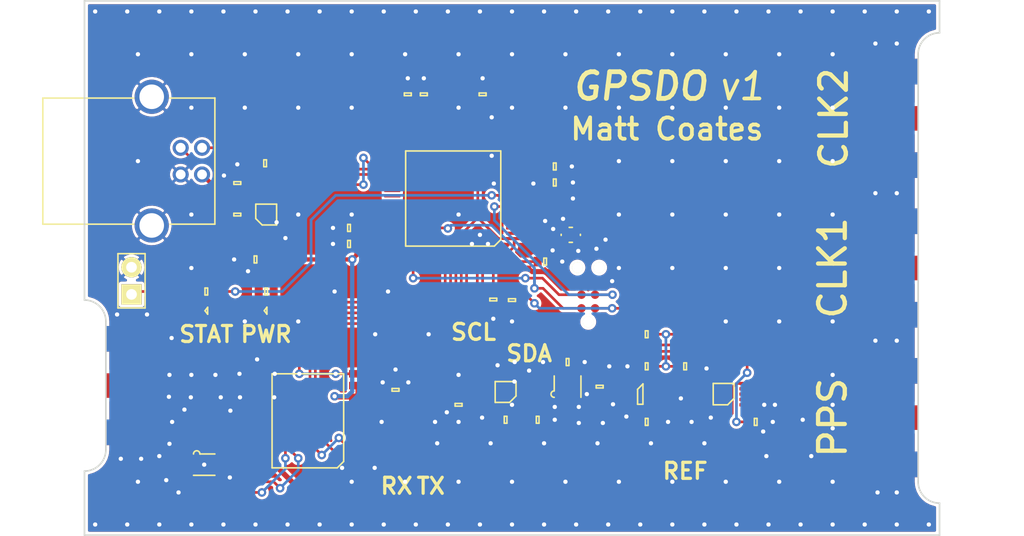
<source format=kicad_pcb>
(kicad_pcb (version 20171130) (host pcbnew 5.0.0-rc2-unknown-68f6e3a~65~ubuntu16.04.1)
  (layers (0 F.Cu signal) (31 B.Cu signal) (34 B.Paste user) (35 F.Paste user) (36 B.SilkS user) (37 F.SilkS user) (38 B.Mask user) (39 F.Mask user) (44 Edge.Cuts user))
  (net 0 "")
  (net 1 3v3)
  (net 2 GND)
  (net 3 /~RST)
  (net 4 "Net-(C3-Pad2)")
  (net 5 "Net-(C5-Pad1)")
  (net 6 "Net-(C7-Pad2)")
  (net 7 "Net-(C8-Pad1)")
  (net 8 "Net-(C10-Pad2)")
  (net 9 1v8)
  (net 10 "Net-(C19-Pad1)")
  (net 11 "Net-(C19-Pad2)")
  (net 12 "Net-(C22-Pad1)")
  (net 13 5v)
  (net 14 "Net-(C24-Pad2)")
  (net 15 "Net-(C26-Pad1)")
  (net 16 "Net-(C27-Pad2)")
  (net 17 /GPS_PPS)
  (net 18 /CLK_OUT_1)
  (net 19 /CLK_OUT_2)
  (net 20 /GPS_RF)
  (net 21 "Net-(D5-Pad2)")
  (net 22 "Net-(D6-Pad2)")
  (net 23 "Net-(IC2-Pad2)")
  (net 24 "Net-(IC2-Pad3)")
  (net 25 "Net-(IC2-Pad4)")
  (net 26 "Net-(IC2-Pad6)")
  (net 27 /STATUS)
  (net 28 "Net-(IC2-Pad9)")
  (net 29 "Net-(IC2-Pad10)")
  (net 30 "Net-(IC2-Pad11)")
  (net 31 "Net-(IC2-Pad14)")
  (net 32 "Net-(IC2-Pad15)")
  (net 33 "Net-(IC2-Pad16)")
  (net 34 "Net-(IC2-Pad17)")
  (net 35 "Net-(IC2-Pad20)")
  (net 36 "Net-(IC2-Pad21)")
  (net 37 "Net-(IC2-Pad22)")
  (net 38 "Net-(IC2-Pad23)")
  (net 39 "Net-(IC2-Pad24)")
  (net 40 "Net-(IC2-Pad25)")
  (net 41 "Net-(IC2-Pad26)")
  (net 42 "Net-(IC2-Pad27)")
  (net 43 "Net-(IC2-Pad28)")
  (net 44 "Net-(IC2-Pad29)")
  (net 45 "Net-(IC2-Pad30)")
  (net 46 "Net-(IC2-Pad33)")
  (net 47 /OTG_HS_VBUS)
  (net 48 /OTG_HS_DM)
  (net 49 /OTG_HS_DP)
  (net 50 "Net-(IC2-Pad37)")
  (net 51 "Net-(IC2-Pad38)")
  (net 52 "Net-(IC2-Pad39)")
  (net 53 "Net-(IC2-Pad40)")
  (net 54 "Net-(IC2-Pad41)")
  (net 55 "Net-(IC2-Pad42)")
  (net 56 "Net-(IC2-Pad43)")
  (net 57 "Net-(IC2-Pad44)")
  (net 58 "Net-(IC2-Pad45)")
  (net 59 /SWDIO)
  (net 60 /SWDCLK)
  (net 61 "Net-(IC2-Pad50)")
  (net 62 "Net-(IC2-Pad51)")
  (net 63 "Net-(IC2-Pad52)")
  (net 64 "Net-(IC2-Pad53)")
  (net 65 "Net-(IC2-Pad54)")
  (net 66 /~FLAG)
  (net 67 /~ANT_EN)
  (net 68 /GPS_RST)
  (net 69 /USART1_TX)
  (net 70 /USART1_RX)
  (net 71 /I2C1_SCL)
  (net 72 /I2C1_SDA)
  (net 73 "Net-(IC3-Pad1)")
  (net 74 "Net-(IC3-Pad4)")
  (net 75 /GPS_TIM1)
  (net 76 "Net-(IC4-Pad6)")
  (net 77 "Net-(IC5-Pad5)")
  (net 78 "Net-(IC5-Pad13)")
  (net 79 "Net-(IC5-Pad15)")
  (net 80 "Net-(IC5-Pad16)")
  (net 81 "Net-(IC5-Pad17)")
  (net 82 "Net-(IC7-Pad2)")
  (net 83 "Net-(P1-Pad6)")
  (net 84 "Net-(Y2-Pad1)")
  (module agg:LQFP-64 (layer F.Cu) (at 134.5 118.5 180)
    (fp_text reference IC2)
    (fp_text value STM32F405RxTx)
    (pad 1 smd rect (at -5.7 -3.75 180) (size 1.5 0.3) (layers F.Cu F.Paste F.Mask) (net 1 3v3))
    (pad 2 smd rect (at -5.7 -3.25 180) (size 1.5 0.3) (layers F.Cu F.Paste F.Mask) (net 23 "Net-(IC2-Pad2)"))
    (pad 3 smd rect (at -5.7 -2.75 180) (size 1.5 0.3) (layers F.Cu F.Paste F.Mask) (net 24 "Net-(IC2-Pad3)"))
    (pad 4 smd rect (at -5.7 -2.25 180) (size 1.5 0.3) (layers F.Cu F.Paste F.Mask) (net 25 "Net-(IC2-Pad4)"))
    (pad 5 smd rect (at -5.7 -1.75 180) (size 1.5 0.3) (layers F.Cu F.Paste F.Mask) (net 4 "Net-(C3-Pad2)"))
    (pad 6 smd rect (at -5.7 -1.25 180) (size 1.5 0.3) (layers F.Cu F.Paste F.Mask) (net 26 "Net-(IC2-Pad6)"))
    (pad 7 smd rect (at -5.7 -0.75 180) (size 1.5 0.3) (layers F.Cu F.Paste F.Mask) (net 3 /~RST))
    (pad 8 smd rect (at -5.7 -0.25 180) (size 1.5 0.3) (layers F.Cu F.Paste F.Mask) (net 27 /STATUS))
    (pad 9 smd rect (at -5.7 0.25 180) (size 1.5 0.3) (layers F.Cu F.Paste F.Mask) (net 28 "Net-(IC2-Pad9)"))
    (pad 10 smd rect (at -5.7 0.75 180) (size 1.5 0.3) (layers F.Cu F.Paste F.Mask) (net 29 "Net-(IC2-Pad10)"))
    (pad 11 smd rect (at -5.7 1.25 180) (size 1.5 0.3) (layers F.Cu F.Paste F.Mask) (net 30 "Net-(IC2-Pad11)"))
    (pad 12 smd rect (at -5.7 1.75 180) (size 1.5 0.3) (layers F.Cu F.Paste F.Mask) (net 2 GND))
    (pad 13 smd rect (at -5.7 2.25 180) (size 1.5 0.3) (layers F.Cu F.Paste F.Mask) (net 1 3v3))
    (pad 14 smd rect (at -5.7 2.75 180) (size 1.5 0.3) (layers F.Cu F.Paste F.Mask) (net 31 "Net-(IC2-Pad14)"))
    (pad 15 smd rect (at -5.7 3.25 180) (size 1.5 0.3) (layers F.Cu F.Paste F.Mask) (net 32 "Net-(IC2-Pad15)"))
    (pad 16 smd rect (at -5.7 3.75 180) (size 1.5 0.3) (layers F.Cu F.Paste F.Mask) (net 33 "Net-(IC2-Pad16)"))
    (pad 17 smd rect (at -3.75 5.7 180) (size 0.3 1.5) (layers F.Cu F.Paste F.Mask) (net 34 "Net-(IC2-Pad17)"))
    (pad 18 smd rect (at -3.25 5.7 180) (size 0.3 1.5) (layers F.Cu F.Paste F.Mask) (net 2 GND))
    (pad 19 smd rect (at -2.75 5.7 180) (size 0.3 1.5) (layers F.Cu F.Paste F.Mask) (net 1 3v3))
    (pad 20 smd rect (at -2.25 5.7 180) (size 0.3 1.5) (layers F.Cu F.Paste F.Mask) (net 35 "Net-(IC2-Pad20)"))
    (pad 21 smd rect (at -1.75 5.7 180) (size 0.3 1.5) (layers F.Cu F.Paste F.Mask) (net 36 "Net-(IC2-Pad21)"))
    (pad 22 smd rect (at -1.25 5.7 180) (size 0.3 1.5) (layers F.Cu F.Paste F.Mask) (net 37 "Net-(IC2-Pad22)"))
    (pad 23 smd rect (at -0.75 5.7 180) (size 0.3 1.5) (layers F.Cu F.Paste F.Mask) (net 38 "Net-(IC2-Pad23)"))
    (pad 24 smd rect (at -0.25 5.7 180) (size 0.3 1.5) (layers F.Cu F.Paste F.Mask) (net 39 "Net-(IC2-Pad24)"))
    (pad 25 smd rect (at 0.25 5.7 180) (size 0.3 1.5) (layers F.Cu F.Paste F.Mask) (net 40 "Net-(IC2-Pad25)"))
    (pad 26 smd rect (at 0.75 5.7 180) (size 0.3 1.5) (layers F.Cu F.Paste F.Mask) (net 41 "Net-(IC2-Pad26)"))
    (pad 27 smd rect (at 1.25 5.7 180) (size 0.3 1.5) (layers F.Cu F.Paste F.Mask) (net 42 "Net-(IC2-Pad27)"))
    (pad 28 smd rect (at 1.75 5.7 180) (size 0.3 1.5) (layers F.Cu F.Paste F.Mask) (net 43 "Net-(IC2-Pad28)"))
    (pad 29 smd rect (at 2.25 5.7 180) (size 0.3 1.5) (layers F.Cu F.Paste F.Mask) (net 44 "Net-(IC2-Pad29)"))
    (pad 30 smd rect (at 2.75 5.7 180) (size 0.3 1.5) (layers F.Cu F.Paste F.Mask) (net 45 "Net-(IC2-Pad30)"))
    (pad 31 smd rect (at 3.25 5.7 180) (size 0.3 1.5) (layers F.Cu F.Paste F.Mask) (net 6 "Net-(C7-Pad2)"))
    (pad 32 smd rect (at 3.75 5.7 180) (size 0.3 1.5) (layers F.Cu F.Paste F.Mask) (net 1 3v3))
    (pad 33 smd rect (at 5.7 3.75 180) (size 1.5 0.3) (layers F.Cu F.Paste F.Mask) (net 46 "Net-(IC2-Pad33)"))
    (pad 34 smd rect (at 5.7 3.25 180) (size 1.5 0.3) (layers F.Cu F.Paste F.Mask) (net 47 /OTG_HS_VBUS))
    (pad 35 smd rect (at 5.7 2.75 180) (size 1.5 0.3) (layers F.Cu F.Paste F.Mask) (net 48 /OTG_HS_DM))
    (pad 36 smd rect (at 5.7 2.25 180) (size 1.5 0.3) (layers F.Cu F.Paste F.Mask) (net 49 /OTG_HS_DP))
    (pad 37 smd rect (at 5.7 1.75 180) (size 1.5 0.3) (layers F.Cu F.Paste F.Mask) (net 50 "Net-(IC2-Pad37)"))
    (pad 38 smd rect (at 5.7 1.25 180) (size 1.5 0.3) (layers F.Cu F.Paste F.Mask) (net 51 "Net-(IC2-Pad38)"))
    (pad 39 smd rect (at 5.7 0.75 180) (size 1.5 0.3) (layers F.Cu F.Paste F.Mask) (net 52 "Net-(IC2-Pad39)"))
    (pad 40 smd rect (at 5.7 0.25 180) (size 1.5 0.3) (layers F.Cu F.Paste F.Mask) (net 53 "Net-(IC2-Pad40)"))
    (pad 41 smd rect (at 5.7 -0.25 180) (size 1.5 0.3) (layers F.Cu F.Paste F.Mask) (net 54 "Net-(IC2-Pad41)"))
    (pad 42 smd rect (at 5.7 -0.75 180) (size 1.5 0.3) (layers F.Cu F.Paste F.Mask) (net 55 "Net-(IC2-Pad42)"))
    (pad 43 smd rect (at 5.7 -1.25 180) (size 1.5 0.3) (layers F.Cu F.Paste F.Mask) (net 56 "Net-(IC2-Pad43)"))
    (pad 44 smd rect (at 5.7 -1.75 180) (size 1.5 0.3) (layers F.Cu F.Paste F.Mask) (net 57 "Net-(IC2-Pad44)"))
    (pad 45 smd rect (at 5.7 -2.25 180) (size 1.5 0.3) (layers F.Cu F.Paste F.Mask) (net 58 "Net-(IC2-Pad45)"))
    (pad 46 smd rect (at 5.7 -2.75 180) (size 1.5 0.3) (layers F.Cu F.Paste F.Mask) (net 59 /SWDIO))
    (pad 47 smd rect (at 5.7 -3.25 180) (size 1.5 0.3) (layers F.Cu F.Paste F.Mask) (net 7 "Net-(C8-Pad1)"))
    (pad 48 smd rect (at 5.7 -3.75 180) (size 1.5 0.3) (layers F.Cu F.Paste F.Mask) (net 1 3v3))
    (pad 49 smd rect (at 3.75 -5.7 180) (size 0.3 1.5) (layers F.Cu F.Paste F.Mask) (net 60 /SWDCLK))
    (pad 50 smd rect (at 3.25 -5.7 180) (size 0.3 1.5) (layers F.Cu F.Paste F.Mask) (net 61 "Net-(IC2-Pad50)"))
    (pad 51 smd rect (at 2.75 -5.7 180) (size 0.3 1.5) (layers F.Cu F.Paste F.Mask) (net 62 "Net-(IC2-Pad51)"))
    (pad 52 smd rect (at 2.25 -5.7 180) (size 0.3 1.5) (layers F.Cu F.Paste F.Mask) (net 63 "Net-(IC2-Pad52)"))
    (pad 53 smd rect (at 1.75 -5.7 180) (size 0.3 1.5) (layers F.Cu F.Paste F.Mask) (net 64 "Net-(IC2-Pad53)"))
    (pad 54 smd rect (at 1.25 -5.7 180) (size 0.3 1.5) (layers F.Cu F.Paste F.Mask) (net 65 "Net-(IC2-Pad54)"))
    (pad 55 smd rect (at 0.75 -5.7 180) (size 0.3 1.5) (layers F.Cu F.Paste F.Mask) (net 66 /~FLAG))
    (pad 56 smd rect (at 0.25 -5.7 180) (size 0.3 1.5) (layers F.Cu F.Paste F.Mask) (net 67 /~ANT_EN))
    (pad 57 smd rect (at -0.25 -5.7 180) (size 0.3 1.5) (layers F.Cu F.Paste F.Mask) (net 68 /GPS_RST))
    (pad 58 smd rect (at -0.75 -5.7 180) (size 0.3 1.5) (layers F.Cu F.Paste F.Mask) (net 69 /USART1_TX))
    (pad 59 smd rect (at -1.25 -5.7 180) (size 0.3 1.5) (layers F.Cu F.Paste F.Mask) (net 70 /USART1_RX))
    (pad 60 smd rect (at -1.75 -5.7 180) (size 0.3 1.5) (layers F.Cu F.Paste F.Mask) (net 2 GND))
    (pad 61 smd rect (at -2.25 -5.7 180) (size 0.3 1.5) (layers F.Cu F.Paste F.Mask) (net 71 /I2C1_SCL))
    (pad 62 smd rect (at -2.75 -5.7 180) (size 0.3 1.5) (layers F.Cu F.Paste F.Mask) (net 72 /I2C1_SDA))
    (pad 63 smd rect (at -3.25 -5.7 180) (size 0.3 1.5) (layers F.Cu F.Paste F.Mask) (net 2 GND))
    (pad 64 smd rect (at -3.75 -5.7 180) (size 0.3 1.5) (layers F.Cu F.Paste F.Mask) (net 1 3v3))
  )
  (module agg:0603-L (layer F.Cu) (at 135 137.8 270)
    (fp_text reference C1)
    (fp_text value 1u)
    (pad 1 smd rect (at -0.7 0 270) (size 0.75 0.9) (layers F.Cu F.Paste F.Mask) (net 1 3v3))
    (pad 2 smd rect (at 0.7 0 270) (size 0.75 0.9) (layers F.Cu F.Paste F.Mask) (net 2 GND))
  )
  (module agg:0402 (layer F.Cu) (at 144 118.5)
    (fp_text reference C2)
    (fp_text value 100n)
    (pad 2 smd rect (at 0.45 0) (size 0.62 0.62) (layers F.Cu F.Paste F.Mask) (net 2 GND))
    (pad 1 smd rect (at -0.45 0) (size 0.62 0.62) (layers F.Cu F.Paste F.Mask) (net 3 /~RST))
  )
  (module agg:0402 (layer F.Cu) (at 143.1 121.9 270)
    (fp_text reference C3)
    (fp_text value 10p)
    (pad 2 smd rect (at 0.45 0 270) (size 0.62 0.62) (layers F.Cu F.Paste F.Mask) (net 4 "Net-(C3-Pad2)"))
    (pad 1 smd rect (at -0.45 0 270) (size 0.62 0.62) (layers F.Cu F.Paste F.Mask) (net 2 GND))
  )
  (module agg:0603-L (layer F.Cu) (at 138.25 127.95 90)
    (fp_text reference C4)
    (fp_text value 100n)
    (pad 2 smd rect (at 0.7 0 90) (size 0.75 0.9) (layers F.Cu F.Paste F.Mask) (net 1 3v3))
    (pad 1 smd rect (at -0.7 0 90) (size 0.75 0.9) (layers F.Cu F.Paste F.Mask) (net 2 GND))
  )
  (module agg:0402 (layer F.Cu) (at 147.9 121.9 270)
    (fp_text reference C5)
    (fp_text value 10p)
    (pad 1 smd rect (at -0.45 0 270) (size 0.62 0.62) (layers F.Cu F.Paste F.Mask) (net 5 "Net-(C5-Pad1)"))
    (pad 2 smd rect (at 0.45 0 270) (size 0.62 0.62) (layers F.Cu F.Paste F.Mask) (net 2 GND))
  )
  (module agg:0603-L (layer F.Cu) (at 143.1 124.4 180)
    (fp_text reference C6)
    (fp_text value 100n)
    (pad 1 smd rect (at -0.7 0 180) (size 0.75 0.9) (layers F.Cu F.Paste F.Mask) (net 2 GND))
    (pad 2 smd rect (at 0.7 0 180) (size 0.75 0.9) (layers F.Cu F.Paste F.Mask) (net 1 3v3))
  )
  (module agg:0603-L (layer F.Cu) (at 131.75 108.75 270)
    (fp_text reference C7)
    (fp_text value 2u2)
    (pad 2 smd rect (at 0.7 0 270) (size 0.75 0.9) (layers F.Cu F.Paste F.Mask) (net 6 "Net-(C7-Pad2)"))
    (pad 1 smd rect (at -0.7 0 270) (size 0.75 0.9) (layers F.Cu F.Paste F.Mask) (net 2 GND))
  )
  (module agg:0603-L (layer F.Cu) (at 124.75 121.25 180)
    (fp_text reference C8)
    (fp_text value 2u2)
    (pad 1 smd rect (at -0.7 0 180) (size 0.75 0.9) (layers F.Cu F.Paste F.Mask) (net 7 "Net-(C8-Pad1)"))
    (pad 2 smd rect (at 0.7 0 180) (size 0.75 0.9) (layers F.Cu F.Paste F.Mask) (net 2 GND))
  )
  (module agg:0603-L (layer F.Cu) (at 144 117 180)
    (fp_text reference C9)
    (fp_text value 100n)
    (pad 2 smd rect (at 0.7 0 180) (size 0.75 0.9) (layers F.Cu F.Paste F.Mask) (net 1 3v3))
    (pad 1 smd rect (at -0.7 0 180) (size 0.75 0.9) (layers F.Cu F.Paste F.Mask) (net 2 GND))
  )
  (module agg:0603-L (layer F.Cu) (at 139.4 139.2 180)
    (fp_text reference C10)
    (fp_text value 10n)
    (pad 2 smd rect (at 0.7 0 180) (size 0.75 0.9) (layers F.Cu F.Paste F.Mask) (net 8 "Net-(C10-Pad2)"))
    (pad 1 smd rect (at -0.7 0 180) (size 0.75 0.9) (layers F.Cu F.Paste F.Mask) (net 9 1v8))
  )
  (module agg:0603-L (layer F.Cu) (at 137.25 108.75 270)
    (fp_text reference C11)
    (fp_text value 100n)
    (pad 2 smd rect (at 0.7 0 270) (size 0.75 0.9) (layers F.Cu F.Paste F.Mask) (net 1 3v3))
    (pad 1 smd rect (at -0.7 0 270) (size 0.75 0.9) (layers F.Cu F.Paste F.Mask) (net 2 GND))
  )
  (module agg:0603-L (layer F.Cu) (at 142.4 139.2)
    (fp_text reference C12)
    (fp_text value 1u)
    (pad 1 smd rect (at -0.7 0) (size 0.75 0.9) (layers F.Cu F.Paste F.Mask) (net 9 1v8))
    (pad 2 smd rect (at 0.7 0) (size 0.75 0.9) (layers F.Cu F.Paste F.Mask) (net 2 GND))
  )
  (module agg:0603-L (layer F.Cu) (at 130.25 108.75 270)
    (fp_text reference C13)
    (fp_text value 100n)
    (pad 1 smd rect (at -0.7 0 270) (size 0.75 0.9) (layers F.Cu F.Paste F.Mask) (net 2 GND))
    (pad 2 smd rect (at 0.7 0 270) (size 0.75 0.9) (layers F.Cu F.Paste F.Mask) (net 1 3v3))
  )
  (module agg:0603-L (layer F.Cu) (at 145.2 133.8 180)
    (fp_text reference C14)
    (fp_text value 100n)
    (pad 2 smd rect (at 0.7 0 180) (size 0.75 0.9) (layers F.Cu F.Paste F.Mask) (net 9 1v8))
    (pad 1 smd rect (at -0.7 0 180) (size 0.75 0.9) (layers F.Cu F.Paste F.Mask) (net 2 GND))
  )
  (module agg:0603-L (layer F.Cu) (at 124.75 122.75)
    (fp_text reference C15)
    (fp_text value 100n)
    (pad 1 smd rect (at -0.7 0) (size 0.75 0.9) (layers F.Cu F.Paste F.Mask) (net 2 GND))
    (pad 2 smd rect (at 0.7 0) (size 0.75 0.9) (layers F.Cu F.Paste F.Mask) (net 1 3v3))
  )
  (module agg:0603 (layer F.Cu) (at 140 128 90)
    (fp_text reference C16)
    (fp_text value 4u7)
    (pad 1 smd rect (at -0.8 0 90) (size 0.95 1) (layers F.Cu F.Paste F.Mask) (net 2 GND))
    (pad 2 smd rect (at 0.8 0 90) (size 0.95 1) (layers F.Cu F.Paste F.Mask) (net 1 3v3))
  )
  (module agg:0603-L (layer F.Cu) (at 144 115.5)
    (fp_text reference C17)
    (fp_text value 1u)
    (pad 2 smd rect (at 0.7 0) (size 0.75 0.9) (layers F.Cu F.Paste F.Mask) (net 2 GND))
    (pad 1 smd rect (at -0.7 0) (size 0.75 0.9) (layers F.Cu F.Paste F.Mask) (net 1 3v3))
  )
  (module agg:0603-L (layer F.Cu) (at 152.6 134.2)
    (fp_text reference C18)
    (fp_text value 1n)
    (pad 2 smd rect (at 0.7 0) (size 0.75 0.9) (layers F.Cu F.Paste F.Mask) (net 1 3v3))
    (pad 1 smd rect (at -0.7 0) (size 0.75 0.9) (layers F.Cu F.Paste F.Mask) (net 2 GND))
  )
  (module agg:0603-L (layer F.Cu) (at 148.2 136.1 90)
    (fp_text reference C19)
    (fp_text value 1n)
    (pad 1 smd rect (at -0.7 0 90) (size 0.75 0.9) (layers F.Cu F.Paste F.Mask) (net 10 "Net-(C19-Pad1)"))
    (pad 2 smd rect (at 0.7 0 90) (size 0.75 0.9) (layers F.Cu F.Paste F.Mask) (net 11 "Net-(C19-Pad2)"))
  )
  (module agg:0603-L (layer F.Cu) (at 162.8 139.4 180)
    (fp_text reference C20)
    (fp_text value 100n)
    (pad 2 smd rect (at 0.7 0 180) (size 0.75 0.9) (layers F.Cu F.Paste F.Mask) (net 1 3v3))
    (pad 1 smd rect (at -0.7 0 180) (size 0.75 0.9) (layers F.Cu F.Paste F.Mask) (net 2 GND))
  )
  (module agg:0603-L (layer F.Cu) (at 129.1 136.4 270)
    (fp_text reference C21)
    (fp_text value 100n)
    (pad 1 smd rect (at -0.7 0 270) (size 0.75 0.9) (layers F.Cu F.Paste F.Mask) (net 2 GND))
    (pad 2 smd rect (at 0.7 0 270) (size 0.75 0.9) (layers F.Cu F.Paste F.Mask) (net 1 3v3))
  )
  (module agg:0402 (layer F.Cu) (at 113.6 143.2 270)
    (fp_text reference C22)
    (fp_text value 1u)
    (pad 2 smd rect (at 0.45 0 270) (size 0.62 0.62) (layers F.Cu F.Paste F.Mask) (net 2 GND))
    (pad 1 smd rect (at -0.45 0 270) (size 0.62 0.62) (layers F.Cu F.Paste F.Mask) (net 12 "Net-(C22-Pad1)"))
  )
  (module agg:0603-L (layer F.Cu) (at 114.3 117.05 90)
    (fp_text reference C23)
    (fp_text value 1u)
    (pad 1 smd rect (at -0.7 0 90) (size 0.75 0.9) (layers F.Cu F.Paste F.Mask) (net 13 5v))
    (pad 2 smd rect (at 0.7 0 90) (size 0.75 0.9) (layers F.Cu F.Paste F.Mask) (net 2 GND))
  )
  (module agg:0603-L (layer F.Cu) (at 114.3 120 90)
    (fp_text reference C24)
    (fp_text value 10n)
    (pad 2 smd rect (at 0.7 0 90) (size 0.75 0.9) (layers F.Cu F.Paste F.Mask) (net 14 "Net-(C24-Pad2)"))
    (pad 1 smd rect (at -0.7 0 90) (size 0.75 0.9) (layers F.Cu F.Paste F.Mask) (net 1 3v3))
  )
  (module agg:0603-L (layer F.Cu) (at 116 124.2 180)
    (fp_text reference C25)
    (fp_text value 1u)
    (pad 1 smd rect (at -0.7 0 180) (size 0.75 0.9) (layers F.Cu F.Paste F.Mask) (net 1 3v3))
    (pad 2 smd rect (at 0.7 0 180) (size 0.75 0.9) (layers F.Cu F.Paste F.Mask) (net 2 GND))
  )
  (module agg:0402 (layer F.Cu) (at 108.4 142.6 180)
    (fp_text reference C26)
    (fp_text value 1u)
    (pad 1 smd rect (at -0.45 0 180) (size 0.62 0.62) (layers F.Cu F.Paste F.Mask) (net 15 "Net-(C26-Pad1)"))
    (pad 2 smd rect (at 0.45 0 180) (size 0.62 0.62) (layers F.Cu F.Paste F.Mask) (net 2 GND))
  )
  (module agg:0402 (layer F.Cu) (at 109.8 139.4)
    (fp_text reference C27)
    (fp_text value 100n)
    (pad 1 smd rect (at -0.45 0) (size 0.62 0.62) (layers F.Cu F.Paste F.Mask) (net 2 GND))
    (pad 2 smd rect (at 0.45 0) (size 0.62 0.62) (layers F.Cu F.Paste F.Mask) (net 16 "Net-(C27-Pad2)"))
  )
  (module agg:0402-L (layer F.Cu) (at 175.2 141.2 180)
    (fp_text reference D1)
    (fp_text value ESD_DIODE)
    (pad 2 smd rect (at 0.4 0 180) (size 0.52 0.52) (layers F.Cu F.Paste F.Mask) (net 2 GND))
    (pad 1 smd rect (at -0.4 0 180) (size 0.52 0.52) (layers F.Cu F.Paste F.Mask) (net 17 /GPS_PPS))
  )
  (module agg:0402-L (layer F.Cu) (at 175.2 127.2 180)
    (fp_text reference D2)
    (fp_text value ESD_DIODE)
    (pad 1 smd rect (at -0.4 0 180) (size 0.52 0.52) (layers F.Cu F.Paste F.Mask) (net 18 /CLK_OUT_1))
    (pad 2 smd rect (at 0.4 0 180) (size 0.52 0.52) (layers F.Cu F.Paste F.Mask) (net 2 GND))
  )
  (module agg:0402-L (layer F.Cu) (at 175 113.2 180)
    (fp_text reference D3)
    (fp_text value ESD_DIODE)
    (pad 1 smd rect (at -0.4 0 180) (size 0.52 0.52) (layers F.Cu F.Paste F.Mask) (net 19 /CLK_OUT_2))
    (pad 2 smd rect (at 0.4 0 180) (size 0.52 0.52) (layers F.Cu F.Paste F.Mask) (net 2 GND))
  )
  (module agg:0402-L (layer F.Cu) (at 104.6 133.8)
    (fp_text reference D4)
    (fp_text value ESD_DIODE)
    (pad 1 smd rect (at -0.4 0) (size 0.52 0.52) (layers F.Cu F.Paste F.Mask) (net 20 /GPS_RF))
    (pad 2 smd rect (at 0.4 0) (size 0.52 0.52) (layers F.Cu F.Paste F.Mask) (net 2 GND))
  )
  (module agg:0603-LED (layer F.Cu) (at 111.4 129)
    (fp_text reference D5)
    (fp_text value LED)
    (pad 1 smd rect (at -0.8 0) (size 0.95 1) (layers F.Cu F.Paste F.Mask) (net 2 GND))
    (pad 2 smd rect (at 0.8 0) (size 0.95 1) (layers F.Cu F.Paste F.Mask) (net 21 "Net-(D5-Pad2)"))
  )
  (module agg:0603-LED (layer F.Cu) (at 116.9425 128.992143)
    (fp_text reference D6)
    (fp_text value LED)
    (pad 2 smd rect (at 0.8 0) (size 0.95 1) (layers F.Cu F.Paste F.Mask) (net 22 "Net-(D6-Pad2)"))
    (pad 1 smd rect (at -0.8 0) (size 0.95 1) (layers F.Cu F.Paste F.Mask) (net 2 GND))
  )
  (module agg:MSOP-8 (layer F.Cu) (at 139.4 136.6 180)
    (fp_text reference IC1)
    (fp_text value ADP3335)
    (pad 8 smd rect (at 2.2 -0.975 180) (size 1.45 0.45) (layers F.Cu F.Paste F.Mask) (net 1 3v3))
    (pad 7 smd rect (at 2.2 -0.325 180) (size 1.45 0.45) (layers F.Cu F.Paste F.Mask) (net 1 3v3))
    (pad 6 smd rect (at 2.2 0.325 180) (size 1.45 0.45) (layers F.Cu F.Paste F.Mask) (net 1 3v3))
    (pad 5 smd rect (at 2.2 0.975 180) (size 1.45 0.45) (layers F.Cu F.Paste F.Mask) (net 8 "Net-(C10-Pad2)"))
    (pad 4 smd rect (at -2.2 0.975 180) (size 1.45 0.45) (layers F.Cu F.Paste F.Mask) (net 2 GND))
    (pad 3 smd rect (at -2.2 0.325 180) (size 1.45 0.45) (layers F.Cu F.Paste F.Mask) (net 9 1v8))
    (pad 2 smd rect (at -2.2 -0.325 180) (size 1.45 0.45) (layers F.Cu F.Paste F.Mask) (net 9 1v8))
    (pad 1 smd rect (at -2.2 -0.975 180) (size 1.45 0.45) (layers F.Cu F.Paste F.Mask) (net 9 1v8))
  )
  (module agg:SOT-23-5 (layer F.Cu) (at 152 136.8)
    (fp_text reference IC3)
    (fp_text value NC7SZ04)
    (pad 1 smd rect (at -1.3 -0.95) (size 1.1 0.6) (layers F.Cu F.Paste F.Mask) (net 73 "Net-(IC3-Pad1)"))
    (pad 2 smd rect (at -1.3 0) (size 1.1 0.6) (layers F.Cu F.Paste F.Mask) (net 10 "Net-(C19-Pad1)"))
    (pad 3 smd rect (at -1.3 0.95) (size 1.1 0.6) (layers F.Cu F.Paste F.Mask) (net 2 GND))
    (pad 4 smd rect (at 1.3 0.95) (size 1.1 0.6) (layers F.Cu F.Paste F.Mask) (net 74 "Net-(IC3-Pad4)"))
    (pad 5 smd rect (at 1.3 -0.95) (size 1.1 0.6) (layers F.Cu F.Paste F.Mask) (net 1 3v3))
  )
  (module agg:MSOP-10 (layer F.Cu) (at 159.8 136.8 180)
    (fp_text reference IC4)
    (fp_text value CS2100-CP)
    (pad 1 smd rect (at -2.2 -1 180) (size 1.45 0.3) (layers F.Cu F.Paste F.Mask) (net 1 3v3))
    (pad 2 smd rect (at -2.2 -0.5 180) (size 1.45 0.3) (layers F.Cu F.Paste F.Mask) (net 2 GND))
    (pad 3 smd rect (at -2.2 0 180) (size 1.45 0.3) (layers F.Cu F.Paste F.Mask) (net 18 /CLK_OUT_1))
    (pad 4 smd rect (at -2.2 0.5 180) (size 1.45 0.3) (layers F.Cu F.Paste F.Mask) (net 19 /CLK_OUT_2))
    (pad 5 smd rect (at -2.2 1 180) (size 1.45 0.3) (layers F.Cu F.Paste F.Mask) (net 75 /GPS_TIM1))
    (pad 6 smd rect (at 2.2 1 180) (size 1.45 0.3) (layers F.Cu F.Paste F.Mask) (net 76 "Net-(IC4-Pad6)"))
    (pad 7 smd rect (at 2.2 0.5 180) (size 1.45 0.3) (layers F.Cu F.Paste F.Mask) (net 74 "Net-(IC3-Pad4)"))
    (pad 8 smd rect (at 2.2 0 180) (size 1.45 0.3) (layers F.Cu F.Paste F.Mask) (net 2 GND))
    (pad 9 smd rect (at 2.2 -0.5 180) (size 1.45 0.3) (layers F.Cu F.Paste F.Mask) (net 71 /I2C1_SCL))
    (pad 10 smd rect (at 2.2 -1 180) (size 1.45 0.3) (layers F.Cu F.Paste F.Mask) (net 72 /I2C1_SDA))
  )
  (module agg:MAX-M8Q (layer F.Cu) (at 120.9 139.3 180)
    (fp_text reference IC5)
    (fp_text value MAX-M8Q)
    (pad 1 smd rect (at -4.75 -4.4 180) (size 1.8 0.7) (layers F.Cu F.Paste F.Mask) (net 2 GND))
    (pad 2 smd rect (at -4.75 -3.3 180) (size 1.8 0.7) (layers F.Cu F.Paste F.Mask) (net 70 /USART1_RX))
    (pad 3 smd rect (at -4.75 -2.2 180) (size 1.8 0.7) (layers F.Cu F.Paste F.Mask) (net 69 /USART1_TX))
    (pad 4 smd rect (at -4.75 -1.1 180) (size 1.8 0.7) (layers F.Cu F.Paste F.Mask) (net 75 /GPS_TIM1))
    (pad 5 smd rect (at -4.75 0 180) (size 1.8 0.7) (layers F.Cu F.Paste F.Mask) (net 77 "Net-(IC5-Pad5)"))
    (pad 6 smd rect (at -4.75 1.1 180) (size 1.8 0.7) (layers F.Cu F.Paste F.Mask) (net 1 3v3))
    (pad 7 smd rect (at -4.75 2.2 180) (size 1.8 0.7) (layers F.Cu F.Paste F.Mask) (net 1 3v3))
    (pad 8 smd rect (at -4.75 3.3 180) (size 1.8 0.7) (layers F.Cu F.Paste F.Mask) (net 1 3v3))
    (pad 9 smd rect (at -4.75 4.4 180) (size 1.8 0.7) (layers F.Cu F.Paste F.Mask) (net 68 /GPS_RST))
    (pad 10 smd rect (at 4.75 4.4 180) (size 1.8 0.7) (layers F.Cu F.Paste F.Mask) (net 2 GND))
    (pad 11 smd rect (at 4.75 3.3 180) (size 1.8 0.7) (layers F.Cu F.Paste F.Mask) (net 20 /GPS_RF))
    (pad 12 smd rect (at 4.75 2.2 180) (size 1.8 0.7) (layers F.Cu F.Paste F.Mask) (net 2 GND))
    (pad 13 smd rect (at 4.75 1.1 180) (size 1.8 0.7) (layers F.Cu F.Paste F.Mask) (net 78 "Net-(IC5-Pad13)"))
    (pad 14 smd rect (at 4.75 0 180) (size 1.8 0.7) (layers F.Cu F.Paste F.Mask) (net 12 "Net-(C22-Pad1)"))
    (pad 15 smd rect (at 4.75 -1.1 180) (size 1.8 0.7) (layers F.Cu F.Paste F.Mask) (net 79 "Net-(IC5-Pad15)"))
    (pad 16 smd rect (at 4.75 -2.2 180) (size 1.8 0.7) (layers F.Cu F.Paste F.Mask) (net 80 "Net-(IC5-Pad16)"))
    (pad 17 smd rect (at 4.75 -3.3 180) (size 1.8 0.7) (layers F.Cu F.Paste F.Mask) (net 81 "Net-(IC5-Pad17)"))
    (pad 18 smd rect (at 4.75 -4.4 180) (size 1.8 0.7) (layers F.Cu F.Paste F.Mask) (net 17 /GPS_PPS))
  )
  (module agg:MSOP-8 (layer F.Cu) (at 117 120 90)
    (fp_text reference IC6)
    (fp_text value ADP3335)
    (pad 1 smd rect (at -2.2 -0.975 90) (size 1.45 0.45) (layers F.Cu F.Paste F.Mask) (net 1 3v3))
    (pad 2 smd rect (at -2.2 -0.325 90) (size 1.45 0.45) (layers F.Cu F.Paste F.Mask) (net 1 3v3))
    (pad 3 smd rect (at -2.2 0.325 90) (size 1.45 0.45) (layers F.Cu F.Paste F.Mask) (net 1 3v3))
    (pad 4 smd rect (at -2.2 0.975 90) (size 1.45 0.45) (layers F.Cu F.Paste F.Mask) (net 2 GND))
    (pad 5 smd rect (at 2.2 0.975 90) (size 1.45 0.45) (layers F.Cu F.Paste F.Mask) (net 14 "Net-(C24-Pad2)"))
    (pad 6 smd rect (at 2.2 0.325 90) (size 1.45 0.45) (layers F.Cu F.Paste F.Mask) (net 13 5v))
    (pad 7 smd rect (at 2.2 -0.325 90) (size 1.45 0.45) (layers F.Cu F.Paste F.Mask) (net 13 5v))
    (pad 8 smd rect (at 2.2 -0.975 90) (size 1.45 0.45) (layers F.Cu F.Paste F.Mask) (net 13 5v))
  )
  (module agg:DFN-6-EP-ONSEMI (layer F.Cu) (at 111.2 143.4)
    (fp_text reference IC7)
    (fp_text value NCP380)
    (pad 1 smd rect (at -0.915 -0.65) (size 0.47 0.4) (layers F.Cu F.Paste F.Mask) (net 15 "Net-(C26-Pad1)"))
    (pad 2 smd rect (at -0.915 0) (size 0.47 0.4) (layers F.Cu F.Paste F.Mask) (net 82 "Net-(IC7-Pad2)"))
    (pad 3 smd rect (at -0.915 0.65) (size 0.47 0.4) (layers F.Cu F.Paste F.Mask) (net 66 /~FLAG))
    (pad 4 smd rect (at 0.915 0.65) (size 0.47 0.4) (layers F.Cu F.Paste F.Mask) (net 67 /~ANT_EN))
    (pad 5 smd rect (at 0.915 0) (size 0.47 0.4) (layers F.Cu F.Paste F.Mask) (net 2 GND))
    (pad 6 smd rect (at 0.915 -0.65) (size 0.47 0.4) (layers F.Cu F.Paste F.Mask) (net 12 "Net-(C22-Pad1)"))
    (pad EP smd rect (at 0 0) (size 0.95 1.7) (layers F.Cu F.Mask) (net 2 GND))
  )
  (module agg:TC2030-NL (layer F.Cu) (at 147.13 127.5 90)
    (fp_text reference P1)
    (fp_text value SWD_TC)
    (pad 1 smd circle (at -1.27 0.64 90) (size 0.787 0.787) (layers F.Cu F.Mask) (net 1 3v3))
    (pad 2 smd circle (at -1.27 -0.63 90) (size 0.787 0.787) (layers F.Cu F.Mask) (net 59 /SWDIO))
    (pad 3 smd circle (at 0 0.64 90) (size 0.787 0.787) (layers F.Cu F.Mask) (net 3 /~RST))
    (pad 4 smd circle (at 0 -0.63 90) (size 0.787 0.787) (layers F.Cu F.Mask) (net 60 /SWDCLK))
    (pad 5 smd circle (at 1.27 0.64 90) (size 0.787 0.787) (layers F.Cu F.Mask) (net 2 GND))
    (pad 6 smd circle (at 1.27 -0.63 90) (size 0.787 0.787) (layers F.Cu F.Mask) (net 83 "Net-(P1-Pad6)"))
    (pad "" np_thru_hole circle (at -2.54 0.005 90) (size 1 1) (drill 1) (layers *.Cu *.Mask F.SilkS))
    (pad "" np_thru_hole circle (at 2.54 1.021 90) (size 1 1) (drill 1) (layers *.Cu *.Mask F.SilkS))
    (pad "" np_thru_hole circle (at 2.54 -1.011 90) (size 1 1) (drill 1) (layers *.Cu *.Mask F.SilkS))
  )
  (module agg:SMA-EDGE (layer F.Cu) (at 175.5 139 270)
    (fp_text reference P2)
    (fp_text value SMA)
    (pad 2 smd rect (at 4.375 0 270) (size 2.4 5) (layers F.Cu F.Paste F.Mask) (net 2 GND))
    (pad 2 smd rect (at -4.375 0 270) (size 2.4 5) (layers F.Cu F.Paste F.Mask) (net 2 GND))
    (pad 2 smd rect (at -4.375 0 270) (size 2.4 5) (layers B.Cu B.Paste B.Mask) (net 2 GND))
    (pad 2 smd rect (at 4.375 0 270) (size 2.4 5) (layers B.Cu B.Paste B.Mask) (net 2 GND))
    (pad 1 smd rect (at 0 0 270) (size 2.3 5) (layers F.Cu F.Paste F.Mask) (net 17 /GPS_PPS))
  )
  (module agg:SMA-EDGE (layer F.Cu) (at 175.5 125 270)
    (fp_text reference P3)
    (fp_text value SMA)
    (pad 1 smd rect (at 0 0 270) (size 2.3 5) (layers F.Cu F.Paste F.Mask) (net 18 /CLK_OUT_1))
    (pad 2 smd rect (at 4.375 0 270) (size 2.4 5) (layers B.Cu B.Paste B.Mask) (net 2 GND))
    (pad 2 smd rect (at -4.375 0 270) (size 2.4 5) (layers B.Cu B.Paste B.Mask) (net 2 GND))
    (pad 2 smd rect (at -4.375 0 270) (size 2.4 5) (layers F.Cu F.Paste F.Mask) (net 2 GND))
    (pad 2 smd rect (at 4.375 0 270) (size 2.4 5) (layers F.Cu F.Paste F.Mask) (net 2 GND))
  )
  (module agg:SMA-EDGE (layer F.Cu) (at 175.5 111 270)
    (fp_text reference P4)
    (fp_text value SMA)
    (pad 2 smd rect (at 4.375 0 270) (size 2.4 5) (layers F.Cu F.Paste F.Mask) (net 2 GND))
    (pad 2 smd rect (at -4.375 0 270) (size 2.4 5) (layers F.Cu F.Paste F.Mask) (net 2 GND))
    (pad 2 smd rect (at -4.375 0 270) (size 2.4 5) (layers B.Cu B.Paste B.Mask) (net 2 GND))
    (pad 2 smd rect (at 4.375 0 270) (size 2.4 5) (layers B.Cu B.Paste B.Mask) (net 2 GND))
    (pad 1 smd rect (at 0 0 270) (size 2.3 5) (layers F.Cu F.Paste F.Mask) (net 19 /CLK_OUT_2))
  )
  (module agg:SMA-EDGE (layer F.Cu) (at 104.5 136 90)
    (fp_text reference P5)
    (fp_text value SMA)
    (pad 1 smd rect (at 0 0 90) (size 2.3 5) (layers F.Cu F.Paste F.Mask) (net 20 /GPS_RF))
    (pad 2 smd rect (at 4.375 0 90) (size 2.4 5) (layers B.Cu B.Paste B.Mask) (net 2 GND))
    (pad 2 smd rect (at -4.375 0 90) (size 2.4 5) (layers B.Cu B.Paste B.Mask) (net 2 GND))
    (pad 2 smd rect (at -4.375 0 90) (size 2.4 5) (layers F.Cu F.Paste F.Mask) (net 2 GND))
    (pad 2 smd rect (at 4.375 0 90) (size 2.4 5) (layers F.Cu F.Paste F.Mask) (net 2 GND))
  )
  (module agg:USB-B-SKT (layer F.Cu) (at 110 115 270)
    (fp_text reference P6)
    (fp_text value USB-B)
    (pad 1 thru_hole circle (at 1.25 -1 270) (size 1.5 1.5) (drill 0.92) (layers *.Cu *.Mask) (net 13 5v))
    (pad 2 thru_hole circle (at -1.25 -1 270) (size 1.5 1.5) (drill 0.92) (layers *.Cu *.Mask) (net 48 /OTG_HS_DM))
    (pad 3 thru_hole circle (at -1.25 1 270) (size 1.5 1.5) (drill 0.92) (layers *.Cu *.Mask) (net 49 /OTG_HS_DP))
    (pad 4 thru_hole circle (at 1.25 1 270) (size 1.5 1.5) (drill 0.92) (layers *.Cu *.Mask) (net 2 GND))
    (pad S thru_hole circle (at 6.02 3.71 270) (size 3.2 3.2) (drill 2.3) (layers *.Cu *.Mask) (net 2 GND))
    (pad S thru_hole circle (at -6.02 3.71 270) (size 3.2 3.2) (drill 2.3) (layers *.Cu *.Mask) (net 2 GND))
  )
  (module agg:0402 (layer F.Cu) (at 147.4 120 180)
    (fp_text reference R1)
    (fp_text value 100)
    (pad 1 smd rect (at -0.45 0 180) (size 0.62 0.62) (layers F.Cu F.Paste F.Mask) (net 5 "Net-(C5-Pad1)"))
    (pad 2 smd rect (at 0.45 0 180) (size 0.62 0.62) (layers F.Cu F.Paste F.Mask) (net 26 "Net-(IC2-Pad6)"))
  )
  (module agg:0603-L (layer F.Cu) (at 152.6 131.2)
    (fp_text reference R2)
    (fp_text value 10K)
    (pad 1 smd rect (at -0.7 0) (size 0.75 0.9) (layers F.Cu F.Paste F.Mask) (net 72 /I2C1_SDA))
    (pad 2 smd rect (at 0.7 0) (size 0.75 0.9) (layers F.Cu F.Paste F.Mask) (net 1 3v3))
  )
  (module agg:0603-L (layer F.Cu) (at 152.6 139.4 180)
    (fp_text reference R3)
    (fp_text value 1M)
    (pad 1 smd rect (at -0.7 0 180) (size 0.75 0.9) (layers F.Cu F.Paste F.Mask) (net 74 "Net-(IC3-Pad4)"))
    (pad 2 smd rect (at 0.7 0 180) (size 0.75 0.9) (layers F.Cu F.Paste F.Mask) (net 10 "Net-(C19-Pad1)"))
  )
  (module agg:0603-L (layer F.Cu) (at 156.2 134.2 180)
    (fp_text reference R4)
    (fp_text value 10K)
    (pad 2 smd rect (at 0.7 0 180) (size 0.75 0.9) (layers F.Cu F.Paste F.Mask) (net 1 3v3))
    (pad 1 smd rect (at -0.7 0 180) (size 0.75 0.9) (layers F.Cu F.Paste F.Mask) (net 71 /I2C1_SCL))
  )
  (module agg:0402 (layer F.Cu) (at 108.8 144.4 90)
    (fp_text reference R5)
    (fp_text value 110k)
    (pad 2 smd rect (at 0.45 0 90) (size 0.62 0.62) (layers F.Cu F.Paste F.Mask) (net 82 "Net-(IC7-Pad2)"))
    (pad 1 smd rect (at -0.45 0 90) (size 0.62 0.62) (layers F.Cu F.Paste F.Mask) (net 2 GND))
  )
  (module agg:0603-L (layer F.Cu) (at 111.4 127.2)
    (fp_text reference R7)
    (fp_text value 120)
    (pad 2 smd rect (at 0.7 0) (size 0.75 0.9) (layers F.Cu F.Paste F.Mask) (net 27 /STATUS))
    (pad 1 smd rect (at -0.7 0) (size 0.75 0.9) (layers F.Cu F.Paste F.Mask) (net 21 "Net-(D5-Pad2)"))
  )
  (module agg:0603-L (layer F.Cu) (at 117 127.2)
    (fp_text reference R8)
    (fp_text value 120)
    (pad 1 smd rect (at -0.7 0) (size 0.75 0.9) (layers F.Cu F.Paste F.Mask) (net 22 "Net-(D6-Pad2)"))
    (pad 2 smd rect (at 0.7 0) (size 0.75 0.9) (layers F.Cu F.Paste F.Mask) (net 1 3v3))
  )
  (module agg:0603-L (layer F.Cu) (at 116.9 115.2)
    (fp_text reference R9)
    (fp_text value 1K)
    (pad 2 smd rect (at 0.7 0) (size 0.75 0.9) (layers F.Cu F.Paste F.Mask) (net 47 /OTG_HS_VBUS))
    (pad 1 smd rect (at -0.7 0) (size 0.75 0.9) (layers F.Cu F.Paste F.Mask) (net 13 5v))
  )
  (module agg:TESTPAD (layer F.Cu) (at 142 130.8)
    (fp_text reference TP1 hide)
    (fp_text value TESTPAD hide)
    (pad 1 smd circle (at 0 0) (size 1 1) (layers F.Cu F.Mask) (net 72 /I2C1_SDA))
  )
  (module agg:TESTPAD (layer F.Cu) (at 136.4 133)
    (fp_text reference TP2 hide)
    (fp_text value TESTPAD hide)
    (pad 1 smd circle (at 0 0) (size 1 1) (layers F.Cu F.Mask) (net 71 /I2C1_SCL))
  )
  (module agg:TESTPAD (layer F.Cu) (at 132 143.2)
    (fp_text reference TP3 hide)
    (fp_text value TESTPAD hide)
    (pad 1 smd circle (at 0 0) (size 1 1) (layers F.Cu F.Mask) (net 69 /USART1_TX))
  )
  (module agg:TESTPAD (layer F.Cu) (at 129.6 143.2)
    (fp_text reference TP4 hide)
    (fp_text value TESTPAD hide)
    (pad 1 smd circle (at 0 0) (size 1 1) (layers F.Cu F.Mask) (net 70 /USART1_RX))
  )
  (module agg:XTAL-20x16 (layer F.Cu) (at 145.5 121.9 90)
    (fp_text reference Y1)
    (fp_text value 26M)
    (pad 1 smd rect (at -0.575 -0.725) (size 0.95 0.85) (layers F.Cu F.Paste F.Mask) (net 4 "Net-(C3-Pad2)"))
    (pad 2 smd rect (at -0.575 0.725) (size 0.95 0.85) (layers F.Cu F.Paste F.Mask) (net 2 GND))
    (pad 3 smd rect (at 0.575 0.725) (size 0.95 0.85) (layers F.Cu F.Paste F.Mask) (net 5 "Net-(C5-Pad1)"))
    (pad 4 smd rect (at 0.575 -0.725) (size 0.95 0.85) (layers F.Cu F.Paste F.Mask) (net 2 GND))
  )
  (module agg:XTAL-25x20 (layer F.Cu) (at 145.2 136.1 90)
    (fp_text reference Y2)
    (fp_text value "26M TCXO")
    (pad 1 smd rect (at -0.7 -1.05 90) (size 1 0.8) (layers F.Cu F.Paste F.Mask) (net 84 "Net-(Y2-Pad1)"))
    (pad 2 smd rect (at -0.7 1.05 90) (size 1 0.8) (layers F.Cu F.Paste F.Mask) (net 2 GND))
    (pad 3 smd rect (at 0.7 1.05 90) (size 1 0.8) (layers F.Cu F.Paste F.Mask) (net 11 "Net-(C19-Pad2)"))
    (pad 4 smd rect (at 0.7 -1.05 90) (size 1 0.8) (layers F.Cu F.Paste F.Mask) (net 9 1v8))
  )
  (module agg:TESTPAD (layer F.Cu) (at 156.2 141.8)
    (fp_text reference TP5 hide)
    (fp_text value TESTPAD hide)
    (pad 1 smd circle (at 0 0) (size 1 1) (layers F.Cu F.Mask) (net 75 /GPS_TIM1))
  )
  (module agg:0402 (layer F.Cu) (at 111.2 141 180)
    (fp_text reference R6)
    (fp_text value 10)
    (pad 1 smd rect (at -0.45 0 180) (size 0.62 0.62) (layers F.Cu F.Paste F.Mask) (net 16 "Net-(C27-Pad2)"))
    (pad 2 smd rect (at 0.45 0 180) (size 0.62 0.62) (layers F.Cu F.Paste F.Mask) (net 15 "Net-(C26-Pad1)"))
  )
  (module agg:0402 (layer F.Cu) (at 111.65 138.95 90)
    (fp_text reference L1)
    (fp_text value 27nH)
    (pad 1 smd rect (at -0.45 0 90) (size 0.62 0.62) (layers F.Cu F.Paste F.Mask) (net 16 "Net-(C27-Pad2)"))
    (pad 2 smd rect (at 0.45 0 90) (size 0.62 0.62) (layers F.Cu F.Paste F.Mask) (net 20 /GPS_RF))
  )
  (module agg:SIL-254P-02 (layer F.Cu) (at 104.4 126.2 90)
    (fp_text reference J1)
    (fp_text value LED)
    (pad 1 thru_hole rect (at -1.27 0 90) (size 1.9 1.9) (drill 1) (layers *.Cu *.Mask F.SilkS) (net 21 "Net-(D5-Pad2)"))
    (pad 2 thru_hole circle (at 1.27 0 90) (size 1.9 1.9) (drill 1) (layers *.Cu *.Mask F.SilkS) (net 2 GND))
  )
  (gr_text SDA (at 141.6 133) (layer F.SilkS) (effects (font (size 1.5 1.5) (thickness 0.3))))
  (gr_text SCL (at 136.4 131) (layer F.SilkS) (effects (font (size 1.5 1.5) (thickness 0.3))))
  (gr_text REF (at 156.2 144) (layer F.SilkS) (effects (font (size 1.5 1.5) (thickness 0.3))))
  (gr_text TX (at 132.4 145.4) (layer F.SilkS) (effects (font (size 1.5 1.5) (thickness 0.3))))
  (gr_text RX (at 129.2 145.4) (layer F.SilkS) (effects (font (size 1.5 1.5) (thickness 0.3))))
  (gr_text STAT (at 111.4 131.2) (layer F.SilkS) (effects (font (size 1.5 1.5) (thickness 0.3))))
  (gr_text PWR (at 117 131.2) (layer F.SilkS) (effects (font (size 1.5 1.5) (thickness 0.3))))
  (gr_text v1 (at 161.5 108) (layer F.SilkS) (effects (font (size 2.5 2.5) (thickness 0.35) italic)))
  (gr_text "Matt Coates" (at 154.5 112) (layer F.SilkS) (effects (font (size 2 2) (thickness 0.35))))
  (gr_text GPSDO (at 152 108) (layer F.SilkS) (effects (font (size 2.5 2.5) (thickness 0.45) italic)))
  (gr_text PPS (at 170 139 90) (layer F.SilkS) (effects (font (size 2.5 2.5) (thickness 0.4))))
  (gr_text CLK1 (at 170 125 90) (layer F.SilkS) (effects (font (size 2.5 2.5) (thickness 0.4))))
  (gr_text CLK2 (at 170.1 111 90) (layer F.SilkS) (effects (font (size 2.5 2.5) (thickness 0.4))))
  (gr_line (start 100 100) (end 180 100) (layer Edge.Cuts) (width 0.15))
  (gr_line (start 100 128) (end 100 100) (layer Edge.Cuts) (width 0.15))
  (gr_line (start 100 144) (end 100 150) (layer Edge.Cuts) (width 0.15))
  (gr_arc (start 100 130) (end 102 130) (angle -90) (layer Edge.Cuts) (width 0.15))
  (gr_arc (start 100 142) (end 100 144) (angle -90) (layer Edge.Cuts) (width 0.15))
  (gr_line (start 102 130) (end 102 142) (layer Edge.Cuts) (width 0.15))
  (gr_line (start 180 150) (end 100 150) (layer Edge.Cuts) (width 0.15))
  (gr_line (start 180 147) (end 180 150) (layer Edge.Cuts) (width 0.15))
  (gr_line (start 178 105) (end 178 145) (layer Edge.Cuts) (width 0.15))
  (gr_line (start 180 100) (end 180 103) (layer Edge.Cuts) (width 0.15))
  (gr_arc (start 180 105) (end 180 103) (angle -90) (layer Edge.Cuts) (width 0.15))
  (gr_arc (start 180 145) (end 178 145) (angle -90) (layer Edge.Cuts) (width 0.15))
  (segment (start 128.8 122.25) (end 127 122.25) (width 0.25) (layer F.Cu) (net 1))
  (segment (start 126.5 122.75) (end 125.45 122.75) (width 0.25) (layer F.Cu) (net 1))
  (segment (start 127 122.25) (end 126.5 122.75) (width 0.25) (layer F.Cu) (net 1))
  (segment (start 138.25 124.2) (end 138.25 127.25) (width 0.25) (layer F.Cu) (net 1))
  (segment (start 139.95 127.25) (end 140 127.2) (width 0.25) (layer F.Cu) (net 1))
  (segment (start 138.25 127.25) (end 139.95 127.25) (width 0.25) (layer F.Cu) (net 1))
  (segment (start 140.2 116.25) (end 143.25 116.25) (width 0.25) (layer F.Cu) (net 1))
  (segment (start 143.3 116.2) (end 143.3 115.5) (width 0.25) (layer F.Cu) (net 1))
  (segment (start 143.25 116.25) (end 143.3 116.2) (width 0.25) (layer F.Cu) (net 1))
  (segment (start 143.3 116.3) (end 143.3 117) (width 0.25) (layer F.Cu) (net 1))
  (segment (start 143.25 116.25) (end 143.3 116.3) (width 0.25) (layer F.Cu) (net 1))
  (segment (start 137.25 109.45) (end 137.25 112.8) (width 0.25) (layer F.Cu) (net 1))
  (segment (start 130.75 112.8) (end 130.75 111) (width 0.25) (layer F.Cu) (net 1))
  (segment (start 130.25 110.5) (end 130.25 109.45) (width 0.25) (layer F.Cu) (net 1))
  (segment (start 130.75 111) (end 130.25 110.5) (width 0.25) (layer F.Cu) (net 1))
  (segment (start 140.2 116.25) (end 139.2 116.25) (width 0.25) (layer F.Cu) (net 1))
  (segment (start 139.2 122.25) (end 140.2 122.25) (width 0.25) (layer F.Cu) (net 1))
  (segment (start 125.65 136) (end 125.65 137.1) (width 0.6) (layer F.Cu) (net 1))
  (segment (start 125.65 137.1) (end 125.65 138.2) (width 0.6) (layer F.Cu) (net 1))
  (segment (start 138.25 124.2) (end 139 124.2) (width 0.25) (layer F.Cu) (net 1))
  (segment (start 140.2 123) (end 140.2 122.25) (width 0.25) (layer F.Cu) (net 1))
  (segment (start 114.3 120.7) (end 115.6 120.7) (width 0.25) (layer F.Cu) (net 1))
  (segment (start 116.025 121.125) (end 116.025 122.2) (width 0.25) (layer F.Cu) (net 1))
  (segment (start 115.6 120.7) (end 116.025 121.125) (width 0.25) (layer F.Cu) (net 1))
  (segment (start 130.75 114) (end 130.75 112.8) (width 0.25) (layer F.Cu) (net 1))
  (segment (start 137.25 112.8) (end 137.25 113.75) (width 0.25) (layer F.Cu) (net 1))
  (segment (start 140.2 116.25) (end 136.95 116.25) (width 0.25) (layer F.Cu) (net 1))
  (segment (start 130.75 114) (end 131.35 114.6) (width 0.25) (layer F.Cu) (net 1))
  (segment (start 131.35 114.6) (end 136.8 114.6) (width 0.25) (layer F.Cu) (net 1))
  (segment (start 137.25 114.15) (end 137.25 113.75) (width 0.25) (layer F.Cu) (net 1))
  (segment (start 136.8 114.6) (end 137.25 114.15) (width 0.25) (layer F.Cu) (net 1))
  (segment (start 136.8 116.1) (end 136.95 116.25) (width 0.25) (layer F.Cu) (net 1))
  (segment (start 138.75 122.25) (end 140.2 122.25) (width 0.25) (layer F.Cu) (net 1))
  (segment (start 136.8 120.3) (end 138.75 122.25) (width 0.25) (layer F.Cu) (net 1))
  (segment (start 136.95 116.25) (end 136.8 116.4) (width 0.25) (layer F.Cu) (net 1))
  (segment (start 134.85 122.25) (end 134.6 122.25) (width 0.25) (layer F.Cu) (net 1))
  (segment (start 136.8 120.3) (end 134.85 122.25) (width 0.25) (layer F.Cu) (net 1))
  (segment (start 128.8 122.25) (end 134.6 122.25) (width 0.25) (layer F.Cu) (net 1))
  (segment (start 136.8 115.5) (end 136.8 116.8) (width 0.25) (layer F.Cu) (net 1))
  (segment (start 136.8 115.5) (end 136.8 116.1) (width 0.25) (layer F.Cu) (net 1))
  (segment (start 136.8 114.6) (end 136.8 115.5) (width 0.25) (layer F.Cu) (net 1))
  (segment (start 136.8 116.4) (end 136.8 116.8) (width 0.25) (layer F.Cu) (net 1))
  (segment (start 136.8 116.8) (end 136.8 120.3) (width 0.25) (layer F.Cu) (net 1))
  (segment (start 147.77 128.77) (end 149.37 128.77) (width 0.25) (layer F.Cu) (net 1))
  (via (at 149.37 128.77) (size 0.8) (drill 0.4) (layers F.Cu B.Cu) (net 1))
  (segment (start 149.37 128.77) (end 142.57 128.77) (width 0.25) (layer B.Cu) (net 1))
  (via (at 142.1 128.3) (size 0.8) (drill 0.4) (layers F.Cu B.Cu) (net 1))
  (segment (start 142.57 128.77) (end 142.1 128.3) (width 0.25) (layer B.Cu) (net 1))
  (segment (start 141 127.2) (end 140 127.2) (width 0.25) (layer F.Cu) (net 1))
  (segment (start 142.1 128.3) (end 141 127.2) (width 0.25) (layer F.Cu) (net 1))
  (segment (start 140.6 124.4) (end 139.7 123.5) (width 0.25) (layer F.Cu) (net 1))
  (segment (start 142.4 124.4) (end 140.6 124.4) (width 0.25) (layer F.Cu) (net 1))
  (segment (start 139.7 123.5) (end 140.2 123) (width 0.25) (layer F.Cu) (net 1))
  (segment (start 139 124.2) (end 139.7 123.5) (width 0.25) (layer F.Cu) (net 1))
  (segment (start 116.675 124.175) (end 116.7 124.2) (width 0.4) (layer F.Cu) (net 1))
  (segment (start 116.675 122.2) (end 116.675 124.175) (width 0.4) (layer F.Cu) (net 1))
  (segment (start 116.025 122.2) (end 117.325 122.2) (width 0.4) (layer F.Cu) (net 1))
  (segment (start 125.05 124.2) (end 125.45 123.8) (width 0.4) (layer F.Cu) (net 1))
  (segment (start 125.45 123.8) (end 125.45 122.75) (width 0.4) (layer F.Cu) (net 1))
  (segment (start 125.65 137.1) (end 129.1 137.1) (width 0.25) (layer F.Cu) (net 1))
  (via (at 125.05 124.2) (size 0.8) (drill 0.4) (layers F.Cu B.Cu) (net 1))
  (via (at 123.4 137) (size 0.8) (drill 0.4) (layers F.Cu B.Cu) (net 1))
  (segment (start 123.5 137.1) (end 123.4 137) (width 0.4) (layer F.Cu) (net 1))
  (segment (start 125.65 137.1) (end 123.5 137.1) (width 0.4) (layer F.Cu) (net 1))
  (segment (start 124.6 137) (end 123.4 137) (width 0.4) (layer B.Cu) (net 1))
  (segment (start 125.05 136.55) (end 124.6 137) (width 0.4) (layer B.Cu) (net 1))
  (segment (start 125.05 124.2) (end 125.05 136.55) (width 0.4) (layer B.Cu) (net 1))
  (segment (start 162 139.3) (end 162.1 139.4) (width 0.25) (layer F.Cu) (net 1))
  (segment (start 162 137.8) (end 162 139.3) (width 0.25) (layer F.Cu) (net 1))
  (segment (start 153.3 135.85) (end 153.3 134.2) (width 0.25) (layer F.Cu) (net 1))
  (segment (start 137.2 136.275) (end 137.2 136.925) (width 0.25) (layer F.Cu) (net 1))
  (segment (start 137.2 136.925) (end 137.2 137.575) (width 0.25) (layer F.Cu) (net 1))
  (segment (start 135 137.1) (end 135.025 137.125) (width 0.25) (layer F.Cu) (net 1))
  (segment (start 129.1 137.1) (end 132.1 137.1) (width 0.25) (layer F.Cu) (net 1))
  (segment (start 132.1 137.1) (end 132.6 137.1) (width 0.25) (layer F.Cu) (net 1))
  (segment (start 132.6 137.1) (end 135 137.1) (width 0.25) (layer F.Cu) (net 1))
  (segment (start 132.3 137.1) (end 132.6 137.1) (width 0.25) (layer F.Cu) (net 1))
  (segment (start 137.2 136.925) (end 136.075 136.925) (width 0.25) (layer F.Cu) (net 1))
  (segment (start 135.9 137.1) (end 135 137.1) (width 0.25) (layer F.Cu) (net 1))
  (segment (start 136.075 136.925) (end 135.9 137.1) (width 0.25) (layer F.Cu) (net 1))
  (segment (start 153.3 134.2) (end 154.4 134.2) (width 0.25) (layer F.Cu) (net 1))
  (via (at 154.4 134.2) (size 0.8) (drill 0.4) (layers F.Cu B.Cu) (net 1))
  (segment (start 154.4 134.2) (end 155.5 134.2) (width 0.25) (layer F.Cu) (net 1))
  (segment (start 154.4 134.2) (end 154.4 131.2) (width 0.25) (layer B.Cu) (net 1))
  (via (at 154.4 131.2) (size 0.8) (drill 0.4) (layers F.Cu B.Cu) (net 1))
  (segment (start 154.4 131.2) (end 153.3 131.2) (width 0.25) (layer F.Cu) (net 1))
  (segment (start 149.37 128.77) (end 152.17 128.77) (width 0.25) (layer F.Cu) (net 1))
  (segment (start 153.3 129.9) (end 153.3 131.2) (width 0.25) (layer F.Cu) (net 1))
  (segment (start 152.17 128.77) (end 153.3 129.9) (width 0.25) (layer F.Cu) (net 1))
  (segment (start 154.4 131.2) (end 159.2 131.2) (width 0.25) (layer F.Cu) (net 1))
  (segment (start 159.2 131.2) (end 162 134) (width 0.25) (layer F.Cu) (net 1))
  (segment (start 162 134) (end 162 134.8) (width 0.25) (layer F.Cu) (net 1))
  (via (at 162 134.8) (size 0.8) (drill 0.4) (layers F.Cu B.Cu) (net 1))
  (via (at 161 139.4) (size 0.8) (drill 0.4) (layers F.Cu B.Cu) (net 1))
  (segment (start 161 139.4) (end 162.1 139.4) (width 0.25) (layer F.Cu) (net 1))
  (segment (start 161 135.8) (end 162 134.8) (width 0.25) (layer B.Cu) (net 1))
  (segment (start 161 139.4) (end 161 135.8) (width 0.25) (layer B.Cu) (net 1))
  (segment (start 117.7 124.2) (end 125.05 124.2) (width 0.4) (layer F.Cu) (net 1))
  (segment (start 117.7 127.2) (end 117.7 124.2) (width 0.25) (layer F.Cu) (net 1))
  (segment (start 116.7 124.2) (end 117.7 124.2) (width 0.4) (layer F.Cu) (net 1))
  (segment (start 116.15 134.9) (end 114.5 134.9) (width 0.6) (layer F.Cu) (net 2))
  (via (at 114.5 134.9) (size 0.8) (drill 0.4) (layers F.Cu B.Cu) (net 2))
  (segment (start 116.15 134.9) (end 117.8 134.9) (width 0.6) (layer F.Cu) (net 2))
  (via (at 117.8 134.9) (size 0.8) (drill 0.4) (layers F.Cu B.Cu) (net 2))
  (segment (start 116.15 137.1) (end 114.55 137.1) (width 0.6) (layer F.Cu) (net 2))
  (via (at 114.55 137.1) (size 0.8) (drill 0.4) (layers F.Cu B.Cu) (net 2))
  (segment (start 116.15 137.1) (end 117.75 137.1) (width 0.6) (layer F.Cu) (net 2))
  (via (at 117.75 137.1) (size 0.8) (drill 0.4) (layers F.Cu B.Cu) (net 2))
  (segment (start 105 132.125) (end 104.5 131.625) (width 0.25) (layer F.Cu) (net 2))
  (segment (start 105 133.8) (end 105 132.125) (width 0.25) (layer F.Cu) (net 2))
  (segment (start 112.115 143.4) (end 111.2 143.4) (width 0.25) (layer F.Cu) (net 2))
  (segment (start 112.115 143.4) (end 112.6 143.4) (width 0.25) (layer F.Cu) (net 2))
  (segment (start 112.85 143.65) (end 113.6 143.65) (width 0.25) (layer F.Cu) (net 2))
  (segment (start 112.6 143.4) (end 112.85 143.65) (width 0.25) (layer F.Cu) (net 2))
  (via (at 111.2 143.4) (size 0.8) (drill 0.4) (layers F.Cu B.Cu) (net 2))
  (segment (start 107.95 142.6) (end 107 142.6) (width 0.25) (layer F.Cu) (net 2))
  (via (at 107 142.6) (size 0.8) (drill 0.4) (layers F.Cu B.Cu) (net 2))
  (segment (start 108.8 144.85) (end 107.65 144.85) (width 0.25) (layer F.Cu) (net 2))
  (via (at 107.65 144.85) (size 0.8) (drill 0.4) (layers F.Cu B.Cu) (net 2))
  (segment (start 108.8 144.85) (end 108.8 146) (width 0.25) (layer F.Cu) (net 2))
  (via (at 108.8 146) (size 0.8) (drill 0.4) (layers F.Cu B.Cu) (net 2))
  (segment (start 113.6 143.65) (end 113.6 144.6) (width 0.25) (layer F.Cu) (net 2))
  (via (at 113.6 144.6) (size 0.8) (drill 0.4) (layers F.Cu B.Cu) (net 2))
  (segment (start 109.35 139.4) (end 108.2 139.4) (width 0.25) (layer F.Cu) (net 2))
  (via (at 108.2 139.4) (size 0.8) (drill 0.4) (layers F.Cu B.Cu) (net 2))
  (segment (start 109.35 139.4) (end 109.35 138.25) (width 0.25) (layer F.Cu) (net 2))
  (via (at 109.35 138.25) (size 0.8) (drill 0.4) (layers F.Cu B.Cu) (net 2))
  (segment (start 107.95 142.6) (end 107.95 141.45) (width 0.25) (layer F.Cu) (net 2))
  (via (at 107.95 141.45) (size 0.8) (drill 0.4) (layers F.Cu B.Cu) (net 2))
  (segment (start 125.65 143.7) (end 124.1 143.7) (width 0.6) (layer F.Cu) (net 2))
  (via (at 124.1 143.7) (size 0.8) (drill 0.4) (layers F.Cu B.Cu) (net 2))
  (segment (start 125.65 143.7) (end 127.15 143.7) (width 0.6) (layer F.Cu) (net 2))
  (via (at 127.15 143.7) (size 0.8) (drill 0.4) (layers F.Cu B.Cu) (net 2))
  (segment (start 127.2 143.75) (end 127.15 143.7) (width 0.6) (layer F.Cu) (net 2))
  (segment (start 129.1 135.7) (end 129.1 134.5) (width 0.25) (layer F.Cu) (net 2))
  (via (at 129.1 134.5) (size 0.8) (drill 0.4) (layers F.Cu B.Cu) (net 2))
  (segment (start 129.1 135.7) (end 128.1 135.7) (width 0.25) (layer F.Cu) (net 2))
  (segment (start 128.1 135.7) (end 127.9 135.7) (width 0.25) (layer F.Cu) (net 2))
  (via (at 127.9 135.7) (size 0.8) (drill 0.4) (layers F.Cu B.Cu) (net 2))
  (segment (start 129.1 135.7) (end 130.1 135.7) (width 0.25) (layer F.Cu) (net 2))
  (segment (start 130.1 135.7) (end 130.3 135.7) (width 0.25) (layer F.Cu) (net 2))
  (via (at 130.3 135.7) (size 0.8) (drill 0.4) (layers F.Cu B.Cu) (net 2))
  (via (at 101 149) (size 0.8) (drill 0.4) (layers F.Cu B.Cu) (net 2))
  (via (at 104 149) (size 0.8) (drill 0.4) (layers F.Cu B.Cu) (net 2))
  (via (at 107 149) (size 0.8) (drill 0.4) (layers F.Cu B.Cu) (net 2))
  (via (at 116 149) (size 0.8) (drill 0.4) (layers F.Cu B.Cu) (net 2))
  (via (at 113 149) (size 0.8) (drill 0.4) (layers F.Cu B.Cu) (net 2))
  (via (at 110 149) (size 0.8) (drill 0.4) (layers F.Cu B.Cu) (net 2))
  (via (at 131 149) (size 0.8) (drill 0.4) (layers F.Cu B.Cu) (net 2))
  (via (at 125 149) (size 0.8) (drill 0.4) (layers F.Cu B.Cu) (net 2))
  (via (at 122 149) (size 0.8) (drill 0.4) (layers F.Cu B.Cu) (net 2))
  (via (at 128 149) (size 0.8) (drill 0.4) (layers F.Cu B.Cu) (net 2))
  (via (at 119 149) (size 0.8) (drill 0.4) (layers F.Cu B.Cu) (net 2))
  (via (at 134 149) (size 0.8) (drill 0.4) (layers F.Cu B.Cu) (net 2))
  (via (at 137 149) (size 0.8) (drill 0.4) (layers F.Cu B.Cu) (net 2))
  (via (at 149 149) (size 0.8) (drill 0.4) (layers F.Cu B.Cu) (net 2))
  (via (at 152 149) (size 0.8) (drill 0.4) (layers F.Cu B.Cu) (net 2))
  (via (at 146 149) (size 0.8) (drill 0.4) (layers F.Cu B.Cu) (net 2))
  (via (at 140 149) (size 0.8) (drill 0.4) (layers F.Cu B.Cu) (net 2))
  (via (at 143 149) (size 0.8) (drill 0.4) (layers F.Cu B.Cu) (net 2))
  (via (at 161 149) (size 0.8) (drill 0.4) (layers F.Cu B.Cu) (net 2))
  (via (at 164 149) (size 0.8) (drill 0.4) (layers F.Cu B.Cu) (net 2))
  (via (at 155 149) (size 0.8) (drill 0.4) (layers F.Cu B.Cu) (net 2))
  (via (at 158 149) (size 0.8) (drill 0.4) (layers F.Cu B.Cu) (net 2))
  (via (at 167 149) (size 0.8) (drill 0.4) (layers F.Cu B.Cu) (net 2))
  (via (at 170 149) (size 0.8) (drill 0.4) (layers F.Cu B.Cu) (net 2))
  (via (at 173 149) (size 0.8) (drill 0.4) (layers F.Cu B.Cu) (net 2))
  (via (at 176 149) (size 0.8) (drill 0.4) (layers F.Cu B.Cu) (net 2))
  (via (at 179 149) (size 0.8) (drill 0.4) (layers F.Cu B.Cu) (net 2))
  (via (at 143 101) (size 0.8) (drill 0.4) (layers F.Cu B.Cu) (net 2))
  (via (at 113 101) (size 0.8) (drill 0.4) (layers F.Cu B.Cu) (net 2))
  (via (at 119 101) (size 0.8) (drill 0.4) (layers F.Cu B.Cu) (net 2))
  (via (at 179 101) (size 0.8) (drill 0.4) (layers F.Cu B.Cu) (net 2))
  (via (at 107 101) (size 0.8) (drill 0.4) (layers F.Cu B.Cu) (net 2))
  (via (at 131 101) (size 0.8) (drill 0.4) (layers F.Cu B.Cu) (net 2))
  (via (at 104 101) (size 0.8) (drill 0.4) (layers F.Cu B.Cu) (net 2))
  (via (at 110 101) (size 0.8) (drill 0.4) (layers F.Cu B.Cu) (net 2))
  (via (at 155 101) (size 0.8) (drill 0.4) (layers F.Cu B.Cu) (net 2))
  (via (at 146 101) (size 0.8) (drill 0.4) (layers F.Cu B.Cu) (net 2))
  (via (at 101 101) (size 0.8) (drill 0.4) (layers F.Cu B.Cu) (net 2))
  (via (at 134 101) (size 0.8) (drill 0.4) (layers F.Cu B.Cu) (net 2))
  (via (at 128 101) (size 0.8) (drill 0.4) (layers F.Cu B.Cu) (net 2))
  (via (at 164 101) (size 0.8) (drill 0.4) (layers F.Cu B.Cu) (net 2))
  (via (at 137 101) (size 0.8) (drill 0.4) (layers F.Cu B.Cu) (net 2))
  (via (at 167 101) (size 0.8) (drill 0.4) (layers F.Cu B.Cu) (net 2))
  (via (at 158 101) (size 0.8) (drill 0.4) (layers F.Cu B.Cu) (net 2))
  (via (at 173 101) (size 0.8) (drill 0.4) (layers F.Cu B.Cu) (net 2))
  (via (at 122 101) (size 0.8) (drill 0.4) (layers F.Cu B.Cu) (net 2))
  (via (at 170 101) (size 0.8) (drill 0.4) (layers F.Cu B.Cu) (net 2))
  (via (at 140 101) (size 0.8) (drill 0.4) (layers F.Cu B.Cu) (net 2))
  (via (at 161 101) (size 0.8) (drill 0.4) (layers F.Cu B.Cu) (net 2))
  (via (at 149 101) (size 0.8) (drill 0.4) (layers F.Cu B.Cu) (net 2))
  (via (at 116 101) (size 0.8) (drill 0.4) (layers F.Cu B.Cu) (net 2))
  (via (at 125 101) (size 0.8) (drill 0.4) (layers F.Cu B.Cu) (net 2))
  (via (at 176 101) (size 0.8) (drill 0.4) (layers F.Cu B.Cu) (net 2))
  (via (at 152 101) (size 0.8) (drill 0.4) (layers F.Cu B.Cu) (net 2))
  (segment (start 101 101) (end 179 101) (width 0.5) (layer F.Cu) (net 2))
  (segment (start 109 149) (end 101 149) (width 0.5) (layer F.Cu) (net 2))
  (segment (start 179 149) (end 109 149) (width 0.5) (layer F.Cu) (net 2))
  (segment (start 136.25 124.2) (end 136.25 122.75) (width 0.25) (layer F.Cu) (net 2))
  (via (at 136.25 122.75) (size 0.8) (drill 0.4) (layers F.Cu B.Cu) (net 2))
  (segment (start 137.75 124.2) (end 137.75 122.75) (width 0.25) (layer F.Cu) (net 2))
  (via (at 137.75 122.75) (size 0.8) (drill 0.4) (layers F.Cu B.Cu) (net 2))
  (segment (start 117.975 122.2) (end 117.975 120.725) (width 0.35) (layer F.Cu) (net 2))
  (via (at 117.975 120.725) (size 0.8) (drill 0.4) (layers F.Cu B.Cu) (net 2))
  (segment (start 117.975 122.2) (end 118.8 122.2) (width 0.35) (layer F.Cu) (net 2))
  (via (at 118.8 122.2) (size 0.8) (drill 0.4) (layers F.Cu B.Cu) (net 2))
  (segment (start 124.05 122.75) (end 123.25 122.75) (width 0.35) (layer F.Cu) (net 2))
  (via (at 123.25 122.75) (size 0.8) (drill 0.4) (layers F.Cu B.Cu) (net 2))
  (segment (start 124.05 121.25) (end 123.25 121.25) (width 0.35) (layer F.Cu) (net 2))
  (via (at 123.25 121.25) (size 0.8) (drill 0.4) (layers F.Cu B.Cu) (net 2))
  (segment (start 130.25 108.05) (end 130.25 107.25) (width 0.35) (layer F.Cu) (net 2))
  (via (at 130.25 107.25) (size 0.8) (drill 0.4) (layers F.Cu B.Cu) (net 2))
  (segment (start 131.75 108.05) (end 131.75 107.25) (width 0.35) (layer F.Cu) (net 2))
  (via (at 131.75 107.25) (size 0.8) (drill 0.4) (layers F.Cu B.Cu) (net 2))
  (segment (start 137.25 108.05) (end 137.25 107.25) (width 0.35) (layer F.Cu) (net 2))
  (via (at 137.25 107.25) (size 0.8) (drill 0.4) (layers F.Cu B.Cu) (net 2))
  (segment (start 144.7 115.5) (end 145.6 115.5) (width 0.35) (layer F.Cu) (net 2))
  (via (at 145.6 115.5) (size 0.8) (drill 0.4) (layers F.Cu B.Cu) (net 2))
  (segment (start 144.7 117) (end 145.5 117) (width 0.35) (layer F.Cu) (net 2))
  (segment (start 145.5 117) (end 145.7 117) (width 0.35) (layer F.Cu) (net 2))
  (via (at 145.7 117) (size 0.8) (drill 0.4) (layers F.Cu B.Cu) (net 2))
  (segment (start 137 122.75) (end 137 121.9) (width 0.25) (layer F.Cu) (net 2))
  (segment (start 137.75 122.75) (end 137 122.75) (width 0.25) (layer F.Cu) (net 2))
  (segment (start 137 122.75) (end 136.25 122.75) (width 0.25) (layer F.Cu) (net 2))
  (via (at 137 121.9) (size 0.8) (drill 0.4) (layers F.Cu B.Cu) (net 2))
  (segment (start 140 128.8) (end 140 130) (width 0.25) (layer F.Cu) (net 2))
  (via (at 140 130) (size 0.8) (drill 0.4) (layers F.Cu B.Cu) (net 2))
  (segment (start 138.25 128.65) (end 138.25 129.75) (width 0.25) (layer F.Cu) (net 2))
  (via (at 138.25 129.75) (size 0.8) (drill 0.4) (layers F.Cu B.Cu) (net 2))
  (segment (start 137.75 112.8) (end 137.75 111.25) (width 0.25) (layer F.Cu) (net 2))
  (via (at 138.1 110.9) (size 0.8) (drill 0.4) (layers F.Cu B.Cu) (net 2))
  (segment (start 137.75 111.25) (end 138.1 110.9) (width 0.25) (layer F.Cu) (net 2))
  (segment (start 137.75 112.8) (end 137.75 114.15) (width 0.25) (layer F.Cu) (net 2))
  (segment (start 137.75 114.15) (end 138.1 114.5) (width 0.25) (layer F.Cu) (net 2))
  (via (at 138.1 114.5) (size 0.8) (drill 0.4) (layers F.Cu B.Cu) (net 2))
  (segment (start 140.2 116.75) (end 141.65 116.75) (width 0.25) (layer F.Cu) (net 2))
  (segment (start 141.65 116.75) (end 142 117.1) (width 0.25) (layer F.Cu) (net 2))
  (via (at 142 117.1) (size 0.8) (drill 0.4) (layers F.Cu B.Cu) (net 2))
  (segment (start 140.2 116.75) (end 138.65 116.75) (width 0.25) (layer F.Cu) (net 2))
  (segment (start 138.65 116.75) (end 138.4 117) (width 0.25) (layer F.Cu) (net 2))
  (segment (start 138.4 117) (end 138.3 117.1) (width 0.25) (layer F.Cu) (net 2))
  (via (at 138.3 117.1) (size 0.8) (drill 0.4) (layers F.Cu B.Cu) (net 2))
  (segment (start 147.77 126.23) (end 149.37 126.23) (width 0.25) (layer F.Cu) (net 2))
  (via (at 149.37 126.23) (size 0.8) (drill 0.4) (layers F.Cu B.Cu) (net 2))
  (segment (start 144.45 118.5) (end 145.7 118.5) (width 0.25) (layer F.Cu) (net 2))
  (via (at 145.7 118.5) (size 0.8) (drill 0.4) (layers F.Cu B.Cu) (net 2))
  (segment (start 143.1 121.45) (end 143.1 120.8) (width 0.25) (layer F.Cu) (net 2))
  (via (at 143.1 120.6) (size 0.8) (drill 0.4) (layers F.Cu B.Cu) (net 2))
  (segment (start 143.1 120.8) (end 143.1 120.6) (width 0.25) (layer F.Cu) (net 2))
  (via (at 146.2 123.4) (size 0.8) (drill 0.4) (layers F.Cu B.Cu) (net 2))
  (segment (start 146.225 123.375) (end 146.2 123.4) (width 0.25) (layer F.Cu) (net 2))
  (segment (start 146.225 122.475) (end 146.225 123.375) (width 0.25) (layer F.Cu) (net 2))
  (segment (start 147.9 122.35) (end 147.9 123.2) (width 0.25) (layer F.Cu) (net 2))
  (via (at 147.9 123.2) (size 0.8) (drill 0.4) (layers F.Cu B.Cu) (net 2))
  (segment (start 147.9 122.35) (end 148.75 122.35) (width 0.25) (layer F.Cu) (net 2))
  (via (at 148.75 122.35) (size 0.8) (drill 0.4) (layers F.Cu B.Cu) (net 2))
  (segment (start 146.35 122.35) (end 147.9 122.35) (width 0.25) (layer F.Cu) (net 2))
  (segment (start 146.225 122.475) (end 146.35 122.35) (width 0.25) (layer F.Cu) (net 2))
  (via (at 144.775 120.4) (size 0.8) (drill 0.4) (layers F.Cu B.Cu) (net 2))
  (segment (start 143.225 121.325) (end 143.1 121.45) (width 0.25) (layer F.Cu) (net 2))
  (via (at 143.85 121.35) (size 0.8) (drill 0.4) (layers F.Cu B.Cu) (net 2))
  (segment (start 143.2 121.35) (end 143.85 121.35) (width 0.25) (layer F.Cu) (net 2))
  (segment (start 143.1 121.45) (end 143.2 121.35) (width 0.25) (layer F.Cu) (net 2))
  (segment (start 144.75 121.35) (end 144.775 121.325) (width 0.25) (layer F.Cu) (net 2))
  (segment (start 143.85 121.35) (end 144.75 121.35) (width 0.25) (layer F.Cu) (net 2))
  (via (at 144.7 124.4) (size 0.8) (drill 0.4) (layers F.Cu B.Cu) (net 2))
  (segment (start 143.8 124.4) (end 143.8 123.35) (width 0.25) (layer F.Cu) (net 2))
  (via (at 143.8 123.35) (size 0.8) (drill 0.4) (layers F.Cu B.Cu) (net 2))
  (segment (start 144.7 124.4) (end 143.8 124.4) (width 0.25) (layer F.Cu) (net 2))
  (segment (start 144.775 120.4) (end 144.775 121.325) (width 0.25) (layer F.Cu) (net 2))
  (segment (start 115.3 124.2) (end 114 124.2) (width 0.4) (layer F.Cu) (net 2))
  (via (at 114 124.2) (size 0.8) (drill 0.4) (layers F.Cu B.Cu) (net 2))
  (segment (start 115.3 124.2) (end 115.3 125.3) (width 0.4) (layer F.Cu) (net 2))
  (via (at 115.3 125.3) (size 0.8) (drill 0.4) (layers F.Cu B.Cu) (net 2))
  (segment (start 114.3 116.35) (end 114.3 115.3) (width 0.4) (layer F.Cu) (net 2))
  (via (at 114.3 115.3) (size 0.8) (drill 0.4) (layers F.Cu B.Cu) (net 2))
  (segment (start 114.3 116.35) (end 113.05 116.35) (width 0.4) (layer F.Cu) (net 2))
  (via (at 113.05 116.35) (size 0.8) (drill 0.4) (layers F.Cu B.Cu) (net 2))
  (segment (start 163.5 139.4) (end 164.4 139.4) (width 0.25) (layer F.Cu) (net 2))
  (via (at 164.4 139.4) (size 0.8) (drill 0.4) (layers F.Cu B.Cu) (net 2))
  (segment (start 163.5 139.4) (end 163.5 140.3) (width 0.25) (layer F.Cu) (net 2))
  (via (at 163.5 140.3) (size 0.8) (drill 0.4) (layers F.Cu B.Cu) (net 2))
  (segment (start 157.6 136.8) (end 156.2 136.8) (width 0.25) (layer F.Cu) (net 2))
  (segment (start 156.2 136.8) (end 155.8 137.2) (width 0.25) (layer F.Cu) (net 2))
  (via (at 155.8 137.2) (size 0.8) (drill 0.4) (layers F.Cu B.Cu) (net 2))
  (via (at 156.8 139.4) (size 0.8) (drill 0.4) (layers F.Cu B.Cu) (net 2))
  (via (at 164.6 137.8) (size 0.8) (drill 0.4) (layers F.Cu B.Cu) (net 2))
  (segment (start 143.1 139.2) (end 144 139.2) (width 0.25) (layer F.Cu) (net 2))
  (via (at 144 139.2) (size 0.8) (drill 0.4) (layers F.Cu B.Cu) (net 2))
  (segment (start 150.7 137.75) (end 149.45 137.75) (width 0.25) (layer F.Cu) (net 2))
  (via (at 149.45 137.75) (size 0.8) (drill 0.4) (layers F.Cu B.Cu) (net 2))
  (segment (start 150.7 137.75) (end 150.7 138.9) (width 0.25) (layer F.Cu) (net 2))
  (via (at 150.7 138.9) (size 0.8) (drill 0.4) (layers F.Cu B.Cu) (net 2))
  (segment (start 146.25 136.8) (end 146.25 137.75) (width 0.25) (layer F.Cu) (net 2))
  (via (at 146.25 138) (size 0.8) (drill 0.4) (layers F.Cu B.Cu) (net 2))
  (segment (start 146.25 136.8) (end 146.8 136.8) (width 0.25) (layer F.Cu) (net 2))
  (segment (start 146.8 136.8) (end 147 136.8) (width 0.25) (layer F.Cu) (net 2))
  (via (at 147 136.8) (size 0.8) (drill 0.4) (layers F.Cu B.Cu) (net 2))
  (segment (start 141.6 135.625) (end 141.6 134.6) (width 0.25) (layer F.Cu) (net 2))
  (via (at 141.6 134.6) (size 0.8) (drill 0.4) (layers F.Cu B.Cu) (net 2))
  (segment (start 141.6 135.625) (end 140.225 135.625) (width 0.25) (layer F.Cu) (net 2))
  (via (at 140.225 135.625) (size 0.8) (drill 0.4) (layers F.Cu B.Cu) (net 2))
  (segment (start 135 138.5) (end 135 139.4) (width 0.25) (layer F.Cu) (net 2))
  (via (at 135 139.4) (size 0.8) (drill 0.4) (layers F.Cu B.Cu) (net 2))
  (segment (start 135 138.5) (end 134.1 138.5) (width 0.25) (layer F.Cu) (net 2))
  (segment (start 134.1 138.5) (end 133.9 138.5) (width 0.25) (layer F.Cu) (net 2))
  (via (at 133.9 138.5) (size 0.8) (drill 0.4) (layers F.Cu B.Cu) (net 2))
  (segment (start 145.9 133.8) (end 146.8 133.8) (width 0.25) (layer F.Cu) (net 2))
  (via (at 146.8 133.8) (size 0.8) (drill 0.4) (layers F.Cu B.Cu) (net 2))
  (segment (start 151.9 134.2) (end 150.8 134.2) (width 0.25) (layer F.Cu) (net 2))
  (via (at 150.8 134.2) (size 0.8) (drill 0.4) (layers F.Cu B.Cu) (net 2))
  (segment (start 174.8 142.675) (end 175.5 143.375) (width 0.25) (layer F.Cu) (net 2))
  (segment (start 174.8 141.2) (end 174.8 142.675) (width 0.25) (layer F.Cu) (net 2))
  (segment (start 174.8 128.675) (end 175.5 129.375) (width 0.25) (layer F.Cu) (net 2))
  (segment (start 174.8 127.2) (end 174.8 128.675) (width 0.25) (layer F.Cu) (net 2))
  (segment (start 174.6 113.2) (end 174.6 114.475) (width 0.25) (layer F.Cu) (net 2))
  (via (at 105 105) (size 0.8) (drill 0.4) (layers F.Cu B.Cu) (net 2))
  (via (at 110 105) (size 0.8) (drill 0.4) (layers F.Cu B.Cu) (net 2))
  (via (at 115 105) (size 0.8) (drill 0.4) (layers F.Cu B.Cu) (net 2))
  (via (at 120 105) (size 0.8) (drill 0.4) (layers F.Cu B.Cu) (net 2))
  (via (at 125 105) (size 0.8) (drill 0.4) (layers F.Cu B.Cu) (net 2))
  (via (at 125 110) (size 0.8) (drill 0.4) (layers F.Cu B.Cu) (net 2))
  (via (at 120 110) (size 0.8) (drill 0.4) (layers F.Cu B.Cu) (net 2))
  (via (at 115 110) (size 0.8) (drill 0.4) (layers F.Cu B.Cu) (net 2))
  (via (at 110 110) (size 0.8) (drill 0.4) (layers F.Cu B.Cu) (net 2))
  (via (at 130 105) (size 0.8) (drill 0.4) (layers F.Cu B.Cu) (net 2))
  (via (at 135 105) (size 0.8) (drill 0.4) (layers F.Cu B.Cu) (net 2))
  (via (at 140 105) (size 0.8) (drill 0.4) (layers F.Cu B.Cu) (net 2))
  (via (at 145 105) (size 0.8) (drill 0.4) (layers F.Cu B.Cu) (net 2))
  (via (at 150 105) (size 0.8) (drill 0.4) (layers F.Cu B.Cu) (net 2))
  (via (at 155 105) (size 0.8) (drill 0.4) (layers F.Cu B.Cu) (net 2))
  (via (at 160 105) (size 0.8) (drill 0.4) (layers F.Cu B.Cu) (net 2))
  (via (at 170 105) (size 0.8) (drill 0.4) (layers F.Cu B.Cu) (net 2))
  (via (at 165 105) (size 0.8) (drill 0.4) (layers F.Cu B.Cu) (net 2))
  (via (at 165 110) (size 0.8) (drill 0.4) (layers F.Cu B.Cu) (net 2))
  (via (at 160 110) (size 0.8) (drill 0.4) (layers F.Cu B.Cu) (net 2))
  (via (at 155 110) (size 0.8) (drill 0.4) (layers F.Cu B.Cu) (net 2))
  (via (at 150 110) (size 0.8) (drill 0.4) (layers F.Cu B.Cu) (net 2))
  (via (at 145 110) (size 0.8) (drill 0.4) (layers F.Cu B.Cu) (net 2))
  (via (at 140 110) (size 0.8) (drill 0.4) (layers F.Cu B.Cu) (net 2))
  (via (at 135 110) (size 0.8) (drill 0.4) (layers F.Cu B.Cu) (net 2))
  (via (at 150 115) (size 0.8) (drill 0.4) (layers F.Cu B.Cu) (net 2))
  (via (at 155 115) (size 0.8) (drill 0.4) (layers F.Cu B.Cu) (net 2))
  (via (at 160 115) (size 0.8) (drill 0.4) (layers F.Cu B.Cu) (net 2))
  (via (at 165 115) (size 0.8) (drill 0.4) (layers F.Cu B.Cu) (net 2))
  (via (at 170 115) (size 0.8) (drill 0.4) (layers F.Cu B.Cu) (net 2))
  (via (at 170 110) (size 0.8) (drill 0.4) (layers F.Cu B.Cu) (net 2))
  (via (at 170 120) (size 0.8) (drill 0.4) (layers F.Cu B.Cu) (net 2))
  (via (at 165 120) (size 0.8) (drill 0.4) (layers F.Cu B.Cu) (net 2))
  (via (at 160 120) (size 0.8) (drill 0.4) (layers F.Cu B.Cu) (net 2))
  (via (at 155 120) (size 0.8) (drill 0.4) (layers F.Cu B.Cu) (net 2))
  (via (at 150 120) (size 0.8) (drill 0.4) (layers F.Cu B.Cu) (net 2))
  (via (at 150 125) (size 0.8) (drill 0.4) (layers F.Cu B.Cu) (net 2))
  (via (at 155 125) (size 0.8) (drill 0.4) (layers F.Cu B.Cu) (net 2))
  (via (at 160 125) (size 0.8) (drill 0.4) (layers F.Cu B.Cu) (net 2))
  (via (at 165 125) (size 0.8) (drill 0.4) (layers F.Cu B.Cu) (net 2))
  (via (at 165 130) (size 0.8) (drill 0.4) (layers F.Cu B.Cu) (net 2))
  (via (at 160 130) (size 0.8) (drill 0.4) (layers F.Cu B.Cu) (net 2))
  (via (at 170 130) (size 0.8) (drill 0.4) (layers F.Cu B.Cu) (net 2))
  (via (at 170 135) (size 0.8) (drill 0.4) (layers F.Cu B.Cu) (net 2))
  (via (at 170 145) (size 0.8) (drill 0.4) (layers F.Cu B.Cu) (net 2))
  (via (at 160 145) (size 0.8) (drill 0.4) (layers F.Cu B.Cu) (net 2))
  (via (at 155 145) (size 0.8) (drill 0.4) (layers F.Cu B.Cu) (net 2))
  (via (at 150 145) (size 0.8) (drill 0.4) (layers F.Cu B.Cu) (net 2))
  (via (at 145 145) (size 0.8) (drill 0.4) (layers F.Cu B.Cu) (net 2))
  (via (at 140 145) (size 0.8) (drill 0.4) (layers F.Cu B.Cu) (net 2))
  (via (at 135 145) (size 0.8) (drill 0.4) (layers F.Cu B.Cu) (net 2))
  (via (at 130 145) (size 0.8) (drill 0.4) (layers F.Cu B.Cu) (net 2))
  (via (at 135 135) (size 0.8) (drill 0.4) (layers F.Cu B.Cu) (net 2))
  (via (at 115 130) (size 0.8) (drill 0.4) (layers F.Cu B.Cu) (net 2))
  (via (at 120 130) (size 0.8) (drill 0.4) (layers F.Cu B.Cu) (net 2))
  (via (at 110 135) (size 0.8) (drill 0.4) (layers F.Cu B.Cu) (net 2))
  (via (at 110 125) (size 0.8) (drill 0.4) (layers F.Cu B.Cu) (net 2))
  (via (at 110 120) (size 0.8) (drill 0.4) (layers F.Cu B.Cu) (net 2))
  (via (at 105 115) (size 0.8) (drill 0.4) (layers F.Cu B.Cu) (net 2))
  (via (at 120 120) (size 0.8) (drill 0.4) (layers F.Cu B.Cu) (net 2))
  (via (at 125 120) (size 0.8) (drill 0.4) (layers F.Cu B.Cu) (net 2))
  (via (at 135 120) (size 0.8) (drill 0.4) (layers F.Cu B.Cu) (net 2))
  (via (at 165 145) (size 0.8) (drill 0.4) (layers F.Cu B.Cu) (net 2))
  (via (at 125 145) (size 0.8) (drill 0.4) (layers F.Cu B.Cu) (net 2))
  (via (at 105 145) (size 0.8) (drill 0.4) (layers F.Cu B.Cu) (net 2))
  (via (at 170 140) (size 0.8) (drill 0.4) (layers F.Cu B.Cu) (net 2))
  (via (at 146.25 139.5) (size 0.8) (drill 0.4) (layers F.Cu B.Cu) (net 2))
  (via (at 148.5 139.5) (size 0.8) (drill 0.4) (layers F.Cu B.Cu) (net 2))
  (via (at 158.6 139) (size 0.8) (drill 0.4) (layers F.Cu B.Cu) (net 2))
  (via (at 149.1 134.2) (size 0.8) (drill 0.4) (layers F.Cu B.Cu) (net 2))
  (via (at 138.65 134.1) (size 0.8) (drill 0.4) (layers F.Cu B.Cu) (net 2))
  (via (at 144 138) (size 0.8) (drill 0.4) (layers F.Cu B.Cu) (net 2))
  (via (at 142.9 133.8) (size 0.8) (drill 0.4) (layers F.Cu B.Cu) (net 2))
  (via (at 140.25 133.8) (size 0.8) (drill 0.4) (layers F.Cu B.Cu) (net 2))
  (via (at 137.2 139) (size 0.8) (drill 0.4) (layers F.Cu B.Cu) (net 2))
  (via (at 116.15 133.55) (size 0.8) (drill 0.4) (layers F.Cu B.Cu) (net 2))
  (via (at 112.25 135) (size 0.8) (drill 0.4) (layers F.Cu B.Cu) (net 2))
  (via (at 113.65 138.35) (size 0.8) (drill 0.4) (layers F.Cu B.Cu) (net 2))
  (via (at 103.4 142.85) (size 0.8) (drill 0.4) (layers F.Cu B.Cu) (net 2))
  (via (at 105.3 142.85) (size 0.8) (drill 0.4) (layers F.Cu B.Cu) (net 2))
  (via (at 103.05 129.35) (size 0.8) (drill 0.4) (layers F.Cu B.Cu) (net 2))
  (via (at 105.85 129.35) (size 0.8) (drill 0.4) (layers F.Cu B.Cu) (net 2))
  (via (at 108.15 131.55) (size 0.8) (drill 0.4) (layers F.Cu B.Cu) (net 2))
  (via (at 107.95 135) (size 0.8) (drill 0.4) (layers F.Cu B.Cu) (net 2))
  (via (at 107.9 137.05) (size 0.8) (drill 0.4) (layers F.Cu B.Cu) (net 2))
  (via (at 109.95 137.1) (size 0.8) (drill 0.4) (layers F.Cu B.Cu) (net 2))
  (via (at 112.75 137.1) (size 0.8) (drill 0.4) (layers F.Cu B.Cu) (net 2))
  (via (at 174 131.8) (size 0.8) (drill 0.4) (layers F.Cu B.Cu) (net 2))
  (via (at 176 131.8) (size 0.8) (drill 0.4) (layers F.Cu B.Cu) (net 2))
  (via (at 174.2 146) (size 0.8) (drill 0.4) (layers F.Cu B.Cu) (net 2))
  (via (at 176 146) (size 0.8) (drill 0.4) (layers F.Cu B.Cu) (net 2))
  (via (at 174 118) (size 0.8) (drill 0.4) (layers F.Cu B.Cu) (net 2))
  (via (at 176 118) (size 0.8) (drill 0.4) (layers F.Cu B.Cu) (net 2))
  (via (at 174 104) (size 0.8) (drill 0.4) (layers F.Cu B.Cu) (net 2))
  (via (at 176 104) (size 0.8) (drill 0.4) (layers F.Cu B.Cu) (net 2))
  (via (at 154.6 139.4) (size 0.8) (drill 0.4) (layers F.Cu B.Cu) (net 2))
  (via (at 158.2 134.4) (size 0.8) (drill 0.4) (layers F.Cu B.Cu) (net 2))
  (via (at 140 137.8) (size 0.8) (drill 0.4) (layers F.Cu B.Cu) (net 2))
  (via (at 163.6 137.8) (size 0.8) (drill 0.4) (layers F.Cu B.Cu) (net 2))
  (segment (start 163.1 137.3) (end 163.6 137.8) (width 0.25) (layer F.Cu) (net 2))
  (segment (start 162 137.3) (end 163.1 137.3) (width 0.25) (layer F.Cu) (net 2))
  (segment (start 163.6 137.8) (end 164.6 137.8) (width 0.25) (layer F.Cu) (net 2))
  (segment (start 164.6 139.2) (end 164.4 139.4) (width 0.25) (layer F.Cu) (net 2))
  (segment (start 164.6 137.8) (end 164.6 139.2) (width 0.25) (layer F.Cu) (net 2))
  (via (at 133 141.4) (size 0.8) (drill 0.4) (layers F.Cu B.Cu) (net 2))
  (via (at 148 141.4) (size 0.8) (drill 0.4) (layers F.Cu B.Cu) (net 2))
  (via (at 143 141.4) (size 0.8) (drill 0.4) (layers F.Cu B.Cu) (net 2))
  (via (at 158 141.4) (size 0.8) (drill 0.4) (layers F.Cu B.Cu) (net 2))
  (via (at 153 141.4) (size 0.8) (drill 0.4) (layers F.Cu B.Cu) (net 2))
  (via (at 138 141.4) (size 0.8) (drill 0.4) (layers F.Cu B.Cu) (net 2))
  (via (at 127.8 139.4) (size 0.8) (drill 0.4) (layers F.Cu B.Cu) (net 2))
  (via (at 132.8 139.4) (size 0.8) (drill 0.4) (layers F.Cu B.Cu) (net 2))
  (via (at 163.8 142.6) (size 0.8) (drill 0.4) (layers F.Cu B.Cu) (net 2))
  (via (at 167.2 139.2) (size 0.8) (drill 0.4) (layers F.Cu B.Cu) (net 2))
  (via (at 168 142.6) (size 0.8) (drill 0.4) (layers F.Cu B.Cu) (net 2))
  (via (at 170 137.8) (size 0.8) (drill 0.4) (layers F.Cu B.Cu) (net 2))
  (via (at 132.2 131.2) (size 0.8) (drill 0.4) (layers F.Cu B.Cu) (net 2))
  (via (at 127.2 131.2) (size 0.8) (drill 0.4) (layers F.Cu B.Cu) (net 2))
  (via (at 128.4 127.2) (size 0.8) (drill 0.4) (layers F.Cu B.Cu) (net 2))
  (via (at 123.4 127.2) (size 0.8) (drill 0.4) (layers F.Cu B.Cu) (net 2))
  (segment (start 140.2 119.25) (end 138.35 119.25) (width 0.25) (layer F.Cu) (net 3))
  (via (at 138.35 119.25) (size 0.8) (drill 0.4) (layers F.Cu B.Cu) (net 3))
  (segment (start 138.35 119.25) (end 138.35 120.55) (width 0.25) (layer B.Cu) (net 3))
  (via (at 149.4 127.5) (size 0.8) (drill 0.4) (layers F.Cu B.Cu) (net 3))
  (segment (start 149.3 127.5) (end 149.4 127.6) (width 0.25) (layer F.Cu) (net 3))
  (segment (start 147.77 127.5) (end 149.3 127.5) (width 0.25) (layer F.Cu) (net 3))
  (segment (start 149.4 127.5) (end 145.3 127.5) (width 0.25) (layer B.Cu) (net 3))
  (segment (start 145.3 127.5) (end 145.1 127.3) (width 0.25) (layer B.Cu) (net 3))
  (segment (start 138.35 120.55) (end 145.1 127.3) (width 0.25) (layer B.Cu) (net 3))
  (segment (start 140.2 119.25) (end 141.75 119.25) (width 0.25) (layer F.Cu) (net 3))
  (segment (start 142.5 118.5) (end 143.55 118.5) (width 0.25) (layer F.Cu) (net 3))
  (segment (start 141.75 119.25) (end 142.5 118.5) (width 0.25) (layer F.Cu) (net 3))
  (segment (start 143.225 122.475) (end 144.775 122.475) (width 0.25) (layer F.Cu) (net 4))
  (segment (start 143.1 122.35) (end 143.225 122.475) (width 0.25) (layer F.Cu) (net 4))
  (segment (start 140.2 120.25) (end 141.45 120.25) (width 0.25) (layer F.Cu) (net 4))
  (segment (start 141.45 120.25) (end 141.9 120.7) (width 0.25) (layer F.Cu) (net 4))
  (segment (start 141.9 120.7) (end 141.9 122) (width 0.25) (layer F.Cu) (net 4))
  (segment (start 142.25 122.35) (end 143.1 122.35) (width 0.25) (layer F.Cu) (net 4))
  (segment (start 141.9 122) (end 142.25 122.35) (width 0.25) (layer F.Cu) (net 4))
  (segment (start 146.35 121.45) (end 147.9 121.45) (width 0.25) (layer F.Cu) (net 5))
  (segment (start 146.225 121.325) (end 146.35 121.45) (width 0.25) (layer F.Cu) (net 5))
  (segment (start 147.85 121.4) (end 147.9 121.45) (width 0.25) (layer F.Cu) (net 5))
  (segment (start 147.85 120) (end 147.85 121.4) (width 0.25) (layer F.Cu) (net 5))
  (segment (start 131.25 112.8) (end 131.25 111) (width 0.25) (layer F.Cu) (net 6))
  (segment (start 131.25 111) (end 131.75 110.5) (width 0.25) (layer F.Cu) (net 6))
  (segment (start 131.75 110.5) (end 131.75 109.45) (width 0.25) (layer F.Cu) (net 6))
  (segment (start 128.8 121.75) (end 127 121.75) (width 0.25) (layer F.Cu) (net 7))
  (segment (start 126.5 121.25) (end 125.45 121.25) (width 0.25) (layer F.Cu) (net 7))
  (segment (start 127 121.75) (end 126.5 121.25) (width 0.25) (layer F.Cu) (net 7))
  (segment (start 138.225 135.625) (end 137.2 135.625) (width 0.25) (layer F.Cu) (net 8))
  (segment (start 138.7 136.1) (end 138.225 135.625) (width 0.25) (layer F.Cu) (net 8))
  (segment (start 138.7 136.1) (end 138.7 139.2) (width 0.25) (layer F.Cu) (net 8))
  (segment (start 140.1 139.2) (end 141.7 139.2) (width 0.25) (layer F.Cu) (net 9))
  (segment (start 144.15 135.4) (end 144.15 134.85) (width 0.25) (layer F.Cu) (net 9))
  (segment (start 144.5 134.5) (end 144.5 133.8) (width 0.25) (layer F.Cu) (net 9))
  (segment (start 144.15 134.85) (end 144.5 134.5) (width 0.25) (layer F.Cu) (net 9))
  (segment (start 141.6 136.275) (end 142.725 136.275) (width 0.25) (layer F.Cu) (net 9))
  (segment (start 143.6 135.4) (end 144.15 135.4) (width 0.25) (layer F.Cu) (net 9))
  (segment (start 142.725 136.275) (end 143.6 135.4) (width 0.25) (layer F.Cu) (net 9))
  (segment (start 141.6 137.575) (end 141.6 136.925) (width 0.25) (layer F.Cu) (net 9))
  (segment (start 141.6 136.925) (end 141.6 136.275) (width 0.25) (layer F.Cu) (net 9))
  (segment (start 141.6 139.1) (end 141.7 139.2) (width 0.25) (layer F.Cu) (net 9))
  (segment (start 141.6 137.575) (end 141.6 139.1) (width 0.25) (layer F.Cu) (net 9))
  (segment (start 150.7 136.8) (end 151.4 136.8) (width 0.25) (layer F.Cu) (net 10))
  (segment (start 151.9 137.3) (end 151.9 139.4) (width 0.25) (layer F.Cu) (net 10))
  (segment (start 151.4 136.8) (end 151.9 137.3) (width 0.25) (layer F.Cu) (net 10))
  (segment (start 148.2 136.8) (end 150.7 136.8) (width 0.25) (layer F.Cu) (net 10))
  (segment (start 146.25 135.4) (end 148.2 135.4) (width 0.25) (layer F.Cu) (net 11))
  (segment (start 112.115 142.75) (end 113.6 142.75) (width 0.25) (layer F.Cu) (net 12))
  (segment (start 113.6 142.75) (end 113.6 140.4) (width 0.25) (layer F.Cu) (net 12))
  (segment (start 114.7 139.3) (end 116.15 139.3) (width 0.25) (layer F.Cu) (net 12))
  (segment (start 113.6 140.4) (end 114.7 139.3) (width 0.25) (layer F.Cu) (net 12))
  (segment (start 112.55 117.8) (end 111 116.25) (width 0.4) (layer F.Cu) (net 13))
  (segment (start 116.025 117.8) (end 116.025 116.375) (width 0.25) (layer F.Cu) (net 13))
  (segment (start 116.2 116.2) (end 116.2 115.2) (width 0.25) (layer F.Cu) (net 13))
  (segment (start 116.025 116.375) (end 116.2 116.2) (width 0.25) (layer F.Cu) (net 13))
  (segment (start 114.25 117.8) (end 114.3 117.75) (width 0.4) (layer F.Cu) (net 13))
  (segment (start 112.55 117.8) (end 114.25 117.8) (width 0.4) (layer F.Cu) (net 13))
  (segment (start 115.975 117.75) (end 116.025 117.8) (width 0.4) (layer F.Cu) (net 13))
  (segment (start 114.3 117.75) (end 115.975 117.75) (width 0.4) (layer F.Cu) (net 13))
  (segment (start 116.675 117.8) (end 116.025 117.8) (width 0.4) (layer F.Cu) (net 13))
  (segment (start 117.325 117.8) (end 116.675 117.8) (width 0.4) (layer F.Cu) (net 13))
  (segment (start 114.3 119.3) (end 117.6 119.3) (width 0.25) (layer F.Cu) (net 14))
  (segment (start 117.975 118.925) (end 117.975 117.8) (width 0.25) (layer F.Cu) (net 14))
  (segment (start 117.6 119.3) (end 117.975 118.925) (width 0.25) (layer F.Cu) (net 14))
  (segment (start 108.85 142.6) (end 109.41 142.6) (width 0.25) (layer F.Cu) (net 15))
  (segment (start 109.56 142.75) (end 109.41 142.6) (width 0.25) (layer F.Cu) (net 15))
  (segment (start 110.285 142.75) (end 109.56 142.75) (width 0.25) (layer F.Cu) (net 15))
  (segment (start 110.285 142.75) (end 110.285 142.115) (width 0.25) (layer F.Cu) (net 15))
  (segment (start 110.75 141.65) (end 110.75 141) (width 0.25) (layer F.Cu) (net 15))
  (segment (start 110.285 142.115) (end 110.75 141.65) (width 0.25) (layer F.Cu) (net 15))
  (segment (start 111.65 141) (end 111.65 139.4) (width 0.25) (layer F.Cu) (net 16))
  (segment (start 110.25 139.4) (end 111.65 139.4) (width 0.25) (layer F.Cu) (net 16))
  (segment (start 118.1 143.7) (end 120.4 146) (width 0.5) (layer F.Cu) (net 17))
  (segment (start 116.15 143.7) (end 118.1 143.7) (width 0.5) (layer F.Cu) (net 17))
  (segment (start 162.4 146) (end 169.4 139) (width 0.5) (layer F.Cu) (net 17))
  (segment (start 120.4 146) (end 162.4 146) (width 0.5) (layer F.Cu) (net 17))
  (segment (start 169.4 139) (end 175.5 139) (width 0.5) (layer F.Cu) (net 17))
  (segment (start 175.6 139.1) (end 175.5 139) (width 0.25) (layer F.Cu) (net 17))
  (segment (start 175.6 141.2) (end 175.6 139.1) (width 0.25) (layer F.Cu) (net 17))
  (segment (start 162 136.8) (end 164.6 136.8) (width 0.25) (layer F.Cu) (net 18))
  (segment (start 164.6 136.8) (end 168.4 133) (width 0.25) (layer F.Cu) (net 18))
  (segment (start 168.4 133) (end 168.4 127.2) (width 0.25) (layer F.Cu) (net 18))
  (segment (start 170.6 125) (end 175.5 125) (width 0.25) (layer F.Cu) (net 18))
  (segment (start 168.4 127.2) (end 170.6 125) (width 0.25) (layer F.Cu) (net 18))
  (segment (start 175.6 125.1) (end 175.5 125) (width 0.25) (layer F.Cu) (net 18))
  (segment (start 175.6 127.2) (end 175.6 125.1) (width 0.25) (layer F.Cu) (net 18))
  (segment (start 162 136.3) (end 164.3 136.3) (width 0.25) (layer F.Cu) (net 19))
  (segment (start 164.3 136.3) (end 167.8 132.8) (width 0.25) (layer F.Cu) (net 19))
  (segment (start 167.8 132.8) (end 167.8 113) (width 0.25) (layer F.Cu) (net 19))
  (segment (start 169.8 111) (end 175.5 111) (width 0.25) (layer F.Cu) (net 19))
  (segment (start 167.8 113) (end 169.8 111) (width 0.25) (layer F.Cu) (net 19))
  (segment (start 175.4 111.1) (end 175.5 111) (width 0.25) (layer F.Cu) (net 19))
  (segment (start 175.4 113.2) (end 175.4 111.1) (width 0.25) (layer F.Cu) (net 19))
  (segment (start 104.5 136) (end 107.6 136) (width 0.6) (layer F.Cu) (net 20))
  (segment (start 104.2 135.7) (end 104.5 136) (width 0.25) (layer F.Cu) (net 20))
  (segment (start 104.2 133.8) (end 104.2 135.7) (width 0.25) (layer F.Cu) (net 20))
  (segment (start 111.65 136.05) (end 111.6 136) (width 0.25) (layer F.Cu) (net 20))
  (segment (start 111.6 136) (end 116.15 136) (width 0.6) (layer F.Cu) (net 20))
  (segment (start 111.65 138.5) (end 111.65 136.05) (width 0.25) (layer F.Cu) (net 20))
  (segment (start 107.6 136) (end 109.8 136) (width 0.6) (layer F.Cu) (net 20))
  (segment (start 109.8 136) (end 111.6 136) (width 0.6) (layer F.Cu) (net 20))
  (segment (start 109 136) (end 109.8 136) (width 0.6) (layer F.Cu) (net 20))
  (segment (start 112.2 129) (end 112.2 128.2) (width 0.25) (layer F.Cu) (net 21))
  (segment (start 112.2 128.2) (end 112 128) (width 0.25) (layer F.Cu) (net 21))
  (segment (start 112 128) (end 110.9 128) (width 0.25) (layer F.Cu) (net 21))
  (segment (start 110.7 127.8) (end 110.7 127.2) (width 0.25) (layer F.Cu) (net 21))
  (segment (start 110.9 128) (end 110.7 127.8) (width 0.25) (layer F.Cu) (net 21))
  (segment (start 104.67 127.2) (end 104.4 127.47) (width 0.25) (layer F.Cu) (net 21))
  (segment (start 110.7 127.2) (end 104.67 127.2) (width 0.25) (layer F.Cu) (net 21))
  (segment (start 116.3 127.2) (end 116.3 127.3) (width 0.25) (layer F.Cu) (net 22))
  (segment (start 116.3 127.9) (end 116.3 127.2) (width 0.25) (layer F.Cu) (net 22))
  (segment (start 117.7425 128.992143) (end 117.7425 128.3425) (width 0.25) (layer F.Cu) (net 22))
  (segment (start 117.7425 128.3425) (end 117.5 128.1) (width 0.25) (layer F.Cu) (net 22))
  (segment (start 117.5 128.1) (end 116.5 128.1) (width 0.25) (layer F.Cu) (net 22))
  (segment (start 116.5 128.1) (end 116.3 127.9) (width 0.25) (layer F.Cu) (net 22))
  (segment (start 140.2 119.75) (end 142.95 119.75) (width 0.25) (layer F.Cu) (net 26))
  (segment (start 142.95 119.75) (end 143.15 119.55) (width 0.25) (layer F.Cu) (net 26))
  (segment (start 145.5 119.55) (end 145.95 120) (width 0.25) (layer F.Cu) (net 26))
  (segment (start 143.15 119.55) (end 145.5 119.55) (width 0.25) (layer F.Cu) (net 26))
  (segment (start 146.95 120) (end 145.95 120) (width 0.25) (layer F.Cu) (net 26))
  (via (at 138.1 118.2) (size 0.8) (drill 0.4) (layers F.Cu B.Cu) (net 27))
  (segment (start 138.1 118.2) (end 138.7 118.2) (width 0.25) (layer F.Cu) (net 27))
  (segment (start 139.25 118.75) (end 139.3 118.75) (width 0.25) (layer F.Cu) (net 27))
  (segment (start 138.7 118.2) (end 139.25 118.75) (width 0.25) (layer F.Cu) (net 27))
  (segment (start 139.3 118.75) (end 140.2 118.75) (width 0.25) (layer F.Cu) (net 27))
  (segment (start 112.1 127.2) (end 114.1 127.2) (width 0.25) (layer F.Cu) (net 27))
  (via (at 114.1 127.2) (size 0.8) (drill 0.4) (layers F.Cu B.Cu) (net 27))
  (segment (start 114.1 127.2) (end 118.5 127.2) (width 0.25) (layer B.Cu) (net 27))
  (segment (start 118.5 127.2) (end 121.2 124.5) (width 0.25) (layer B.Cu) (net 27))
  (segment (start 121.2 124.5) (end 121.2 120.5) (width 0.25) (layer B.Cu) (net 27))
  (segment (start 123.5 118.2) (end 138.1 118.2) (width 0.25) (layer B.Cu) (net 27))
  (segment (start 121.2 120.5) (end 123.5 118.2) (width 0.25) (layer B.Cu) (net 27))
  (segment (start 128.8 115.25) (end 126.65 115.25) (width 0.25) (layer F.Cu) (net 47))
  (segment (start 126.65 115.25) (end 126.1 114.7) (width 0.25) (layer F.Cu) (net 47))
  (via (at 126.1 114.7) (size 0.8) (drill 0.4) (layers F.Cu B.Cu) (net 47))
  (segment (start 126.1 114.7) (end 126.1 117.2) (width 0.25) (layer B.Cu) (net 47))
  (via (at 126.1 117.2) (size 0.8) (drill 0.4) (layers F.Cu B.Cu) (net 47))
  (segment (start 126.1 117.2) (end 124.3 117.2) (width 0.25) (layer F.Cu) (net 47))
  (segment (start 117.6 115.2) (end 122.3 115.2) (width 0.25) (layer F.Cu) (net 47))
  (segment (start 122.3 115.2) (end 124.3 117.2) (width 0.25) (layer F.Cu) (net 47))
  (segment (start 111 113.75) (end 122.35 113.75) (width 0.25) (layer F.Cu) (net 48))
  (segment (start 124.35 115.75) (end 128.8 115.75) (width 0.25) (layer F.Cu) (net 48))
  (segment (start 122.35 113.75) (end 124.35 115.75) (width 0.25) (layer F.Cu) (net 48))
  (segment (start 124.21359 116.25) (end 128.8 116.25) (width 0.25) (layer F.Cu) (net 49))
  (segment (start 112.2 115) (end 113 114.2) (width 0.25) (layer F.Cu) (net 49))
  (segment (start 122.16359 114.2) (end 124.21359 116.25) (width 0.25) (layer F.Cu) (net 49))
  (segment (start 110.25 115) (end 112.2 115) (width 0.25) (layer F.Cu) (net 49))
  (segment (start 109 113.75) (end 110.25 115) (width 0.25) (layer F.Cu) (net 49))
  (segment (start 113 114.2) (end 122.16359 114.2) (width 0.25) (layer F.Cu) (net 49))
  (segment (start 146.5 128.77) (end 144.77 128.77) (width 0.25) (layer F.Cu) (net 59))
  (segment (start 144.77 128.77) (end 142.9 126.9) (width 0.25) (layer F.Cu) (net 59))
  (via (at 142.1 126.9) (size 0.8) (drill 0.4) (layers F.Cu B.Cu) (net 59))
  (segment (start 142.9 126.9) (end 142.1 126.9) (width 0.25) (layer F.Cu) (net 59))
  (via (at 134 121.3) (size 0.8) (drill 0.4) (layers F.Cu B.Cu) (net 59))
  (segment (start 133.95 121.25) (end 134 121.3) (width 0.25) (layer F.Cu) (net 59))
  (segment (start 128.8 121.25) (end 133.95 121.25) (width 0.25) (layer F.Cu) (net 59))
  (segment (start 142.1 125.3) (end 142.1 126.9) (width 0.25) (layer B.Cu) (net 59))
  (segment (start 134.3 121) (end 134 121.3) (width 0.25) (layer B.Cu) (net 59))
  (segment (start 138.1 121) (end 134.3 121) (width 0.25) (layer B.Cu) (net 59))
  (segment (start 142.1 125) (end 138.1 121) (width 0.25) (layer B.Cu) (net 59))
  (segment (start 142.1 126.9) (end 142.1 125) (width 0.25) (layer B.Cu) (net 59))
  (segment (start 130.75 124.2) (end 130.75 125.95) (width 0.25) (layer F.Cu) (net 60))
  (via (at 130.75 125.95) (size 0.8) (drill 0.4) (layers F.Cu B.Cu) (net 60))
  (segment (start 130.75 125.95) (end 141.25 125.95) (width 0.25) (layer B.Cu) (net 60))
  (via (at 141.25 125.95) (size 0.8) (drill 0.4) (layers F.Cu B.Cu) (net 60))
  (segment (start 141.25 125.95) (end 142.85 125.95) (width 0.25) (layer F.Cu) (net 60))
  (segment (start 144.4 127.5) (end 146.5 127.5) (width 0.25) (layer F.Cu) (net 60))
  (segment (start 142.85 125.95) (end 144.4 127.5) (width 0.25) (layer F.Cu) (net 60))
  (segment (start 133.75 124.2) (end 133.75 127.95) (width 0.25) (layer F.Cu) (net 66))
  (segment (start 133.75 127.95) (end 133.5 128.2) (width 0.25) (layer F.Cu) (net 66))
  (segment (start 133.5 128.2) (end 132.8 128.2) (width 0.25) (layer F.Cu) (net 66))
  (segment (start 132.8 128.2) (end 123.75436 128.2) (width 0.25) (layer F.Cu) (net 66))
  (segment (start 123.75436 128.2) (end 123.6 128.2) (width 0.25) (layer F.Cu) (net 66))
  (segment (start 123.6 128.2) (end 118.8 133) (width 0.25) (layer F.Cu) (net 66))
  (segment (start 118.8 133) (end 118.8 142.8) (width 0.25) (layer F.Cu) (net 66))
  (via (at 118.8 142.8) (size 0.8) (drill 0.4) (layers F.Cu B.Cu) (net 66))
  (segment (start 118.8 142.8) (end 118.8 143.8) (width 0.25) (layer B.Cu) (net 66))
  (segment (start 118.8 143.8) (end 116.6 146) (width 0.25) (layer B.Cu) (net 66))
  (via (at 116.6 146) (size 0.8) (drill 0.4) (layers F.Cu B.Cu) (net 66))
  (segment (start 116.6 146) (end 111.3 146) (width 0.25) (layer F.Cu) (net 66))
  (segment (start 110.285 144.985) (end 110.285 144.05) (width 0.25) (layer F.Cu) (net 66))
  (segment (start 111.3 146) (end 110.285 144.985) (width 0.25) (layer F.Cu) (net 66))
  (segment (start 134.25 124.2) (end 134.25 128.15) (width 0.25) (layer F.Cu) (net 67))
  (segment (start 134.25 128.15) (end 133.7 128.7) (width 0.25) (layer F.Cu) (net 67))
  (segment (start 133.7 128.7) (end 132.8 128.7) (width 0.25) (layer F.Cu) (net 67))
  (segment (start 132.8 128.7) (end 123.89077 128.7) (width 0.25) (layer F.Cu) (net 67))
  (segment (start 123.89077 128.7) (end 123.8 128.7) (width 0.25) (layer F.Cu) (net 67))
  (segment (start 123.8 128.7) (end 119.3 133.2) (width 0.25) (layer F.Cu) (net 67))
  (segment (start 119.3 133.2) (end 119.3 135.7) (width 0.25) (layer F.Cu) (net 67))
  (segment (start 119.3 135.7) (end 119.3 142.1) (width 0.25) (layer F.Cu) (net 67))
  (via (at 120 142.8) (size 0.8) (drill 0.4) (layers F.Cu B.Cu) (net 67))
  (segment (start 119.3 142.1) (end 120 142.8) (width 0.25) (layer F.Cu) (net 67))
  (segment (start 120 142.8) (end 120 143.9) (width 0.25) (layer B.Cu) (net 67))
  (segment (start 120 143.9) (end 118.3 145.6) (width 0.25) (layer B.Cu) (net 67))
  (via (at 118.3 145.6) (size 0.8) (drill 0.4) (layers F.Cu B.Cu) (net 67))
  (segment (start 118.3 145.6) (end 117.7 145) (width 0.25) (layer F.Cu) (net 67))
  (segment (start 117.7 145) (end 114.8 145) (width 0.25) (layer F.Cu) (net 67))
  (segment (start 114.8 145) (end 114.3 145.5) (width 0.25) (layer F.Cu) (net 67))
  (segment (start 114.3 145.5) (end 112.7 145.5) (width 0.25) (layer F.Cu) (net 67))
  (segment (start 112.115 144.915) (end 112.115 144.05) (width 0.25) (layer F.Cu) (net 67))
  (segment (start 112.7 145.5) (end 112.115 144.915) (width 0.25) (layer F.Cu) (net 67))
  (via (at 120.1 134.9) (size 0.8) (drill 0.4) (layers F.Cu B.Cu) (net 68))
  (segment (start 120.1 134.9) (end 123.5 134.9) (width 0.25) (layer B.Cu) (net 68))
  (via (at 123.5 134.9) (size 0.8) (drill 0.4) (layers F.Cu B.Cu) (net 68))
  (segment (start 125.65 134.9) (end 123.5 134.9) (width 0.25) (layer F.Cu) (net 68))
  (segment (start 134.75 128.45) (end 134 129.2) (width 0.25) (layer F.Cu) (net 68))
  (segment (start 134.75 124.2) (end 134.75 128.45) (width 0.25) (layer F.Cu) (net 68))
  (segment (start 124 129.2) (end 120.1 133.1) (width 0.25) (layer F.Cu) (net 68))
  (segment (start 120.1 133.1) (end 120.1 134.9) (width 0.25) (layer F.Cu) (net 68))
  (segment (start 134 129.2) (end 124 129.2) (width 0.25) (layer F.Cu) (net 68))
  (segment (start 135.25 124.2) (end 135.25 128.75) (width 0.25) (layer F.Cu) (net 69))
  (segment (start 135.25 128.75) (end 134.3 129.7) (width 0.25) (layer F.Cu) (net 69))
  (segment (start 134.3 129.7) (end 132.4 129.7) (width 0.25) (layer F.Cu) (net 69))
  (segment (start 124.16359 129.7) (end 123.56359 130.3) (width 0.25) (layer F.Cu) (net 69))
  (segment (start 132.4 129.7) (end 124.16359 129.7) (width 0.25) (layer F.Cu) (net 69))
  (segment (start 123.56359 130.3) (end 121.1 132.76359) (width 0.25) (layer F.Cu) (net 69))
  (segment (start 121.1 132.76359) (end 121.1 141.4) (width 0.25) (layer F.Cu) (net 69))
  (segment (start 121.1 141.4) (end 122.2 142.5) (width 0.25) (layer F.Cu) (net 69))
  (via (at 122.2 142.5) (size 0.8) (drill 0.4) (layers F.Cu B.Cu) (net 69))
  (segment (start 122.2 142.5) (end 123.8 140.9) (width 0.25) (layer B.Cu) (net 69))
  (via (at 123.8 140.9) (size 0.8) (drill 0.4) (layers F.Cu B.Cu) (net 69))
  (segment (start 124.4 141.5) (end 123.8 140.9) (width 0.25) (layer F.Cu) (net 69))
  (segment (start 125.65 141.5) (end 124.4 141.5) (width 0.25) (layer F.Cu) (net 69))
  (segment (start 130.3 141.5) (end 132 143.2) (width 0.25) (layer F.Cu) (net 69))
  (segment (start 125.65 141.5) (end 130.3 141.5) (width 0.25) (layer F.Cu) (net 69))
  (segment (start 121.6 140.4) (end 123.8 142.6) (width 0.25) (layer F.Cu) (net 70))
  (segment (start 135.75 124.2) (end 135.75 129.05) (width 0.25) (layer F.Cu) (net 70))
  (segment (start 135.75 129.05) (end 134.6 130.2) (width 0.25) (layer F.Cu) (net 70))
  (segment (start 134.6 130.2) (end 124.3 130.2) (width 0.25) (layer F.Cu) (net 70))
  (segment (start 123.8 142.6) (end 125.65 142.6) (width 0.25) (layer F.Cu) (net 70))
  (segment (start 121.6 132.9) (end 121.6 140.4) (width 0.25) (layer F.Cu) (net 70))
  (segment (start 124.3 130.2) (end 121.6 132.9) (width 0.25) (layer F.Cu) (net 70))
  (segment (start 127.7 142.6) (end 125.65 142.6) (width 0.25) (layer F.Cu) (net 70))
  (segment (start 128.3 143.2) (end 127.7 142.6) (width 0.25) (layer F.Cu) (net 70))
  (segment (start 129.6 143.2) (end 128.3 143.2) (width 0.25) (layer F.Cu) (net 70))
  (segment (start 136.75 124.2) (end 136.75 130.95) (width 0.25) (layer F.Cu) (net 71))
  (segment (start 157.6 137.3) (end 159.1 137.3) (width 0.25) (layer F.Cu) (net 71))
  (segment (start 159.1 137.3) (end 159.4 137) (width 0.25) (layer F.Cu) (net 71))
  (segment (start 159.4 137) (end 159.4 133.6) (width 0.25) (layer F.Cu) (net 71))
  (segment (start 159.4 133.6) (end 158.6 132.8) (width 0.25) (layer F.Cu) (net 71))
  (segment (start 136.75 131.35) (end 136.75 130.95) (width 0.25) (layer F.Cu) (net 71))
  (segment (start 156.9 132.9) (end 156.8 132.8) (width 0.25) (layer F.Cu) (net 71))
  (segment (start 156.9 134.2) (end 156.9 132.9) (width 0.25) (layer F.Cu) (net 71))
  (segment (start 156.8 132.8) (end 138.2 132.8) (width 0.25) (layer F.Cu) (net 71))
  (segment (start 158.6 132.8) (end 156.8 132.8) (width 0.25) (layer F.Cu) (net 71))
  (segment (start 136.4 133) (end 137.4 132) (width 0.25) (layer F.Cu) (net 71))
  (segment (start 137.4 132) (end 136.75 131.35) (width 0.25) (layer F.Cu) (net 71))
  (segment (start 138.2 132.8) (end 137.4 132) (width 0.25) (layer F.Cu) (net 71))
  (segment (start 137.25 130.95) (end 137.25 124.2) (width 0.25) (layer F.Cu) (net 72))
  (segment (start 160 137.2) (end 160 133.4) (width 0.25) (layer F.Cu) (net 72))
  (segment (start 138.5 132.2) (end 137.25 130.95) (width 0.25) (layer F.Cu) (net 72))
  (segment (start 159.4 137.8) (end 160 137.2) (width 0.25) (layer F.Cu) (net 72))
  (segment (start 160 133.4) (end 158.8 132.2) (width 0.25) (layer F.Cu) (net 72))
  (segment (start 157.6 137.8) (end 159.4 137.8) (width 0.25) (layer F.Cu) (net 72))
  (segment (start 158.8 132.2) (end 153.4 132.2) (width 0.25) (layer F.Cu) (net 72))
  (segment (start 151.9 131.2) (end 151.9 132.1) (width 0.25) (layer F.Cu) (net 72))
  (segment (start 151.9 132.1) (end 151.8 132.2) (width 0.25) (layer F.Cu) (net 72))
  (segment (start 153.4 132.2) (end 151.8 132.2) (width 0.25) (layer F.Cu) (net 72))
  (segment (start 142 130.8) (end 142 132.2) (width 0.25) (layer F.Cu) (net 72))
  (segment (start 142 132.2) (end 138.5 132.2) (width 0.25) (layer F.Cu) (net 72))
  (segment (start 151.8 132.2) (end 142 132.2) (width 0.25) (layer F.Cu) (net 72))
  (segment (start 157.6 136.3) (end 155.1 136.3) (width 0.25) (layer F.Cu) (net 74))
  (segment (start 153.65 137.75) (end 153.3 137.75) (width 0.25) (layer F.Cu) (net 74))
  (segment (start 155.1 136.3) (end 153.65 137.75) (width 0.25) (layer F.Cu) (net 74))
  (segment (start 153.3 139.4) (end 153.3 137.75) (width 0.25) (layer F.Cu) (net 74))
  (segment (start 158.8 140.4) (end 157.2 140.4) (width 0.25) (layer F.Cu) (net 75))
  (segment (start 162 135.8) (end 161 135.8) (width 0.25) (layer F.Cu) (net 75))
  (segment (start 160.6 138.6) (end 158.8 140.4) (width 0.25) (layer F.Cu) (net 75))
  (segment (start 161 135.8) (end 160.6 136.2) (width 0.25) (layer F.Cu) (net 75))
  (segment (start 160.6 136.2) (end 160.6 138.6) (width 0.25) (layer F.Cu) (net 75))
  (segment (start 157.2 140.4) (end 156.2 140.4) (width 0.25) (layer F.Cu) (net 75))
  (segment (start 156.2 140.4) (end 156.2 141.8) (width 0.25) (layer F.Cu) (net 75))
  (segment (start 156.2 140.4) (end 125.65 140.4) (width 0.25) (layer F.Cu) (net 75))
  (segment (start 108.8 143.95) (end 108.85 143.95) (width 0.25) (layer F.Cu) (net 82))
  (segment (start 109.4 143.4) (end 110.285 143.4) (width 0.25) (layer F.Cu) (net 82))
  (segment (start 108.85 143.95) (end 109.4 143.4) (width 0.25) (layer F.Cu) (net 82))
  (zone (net 2) (net_name GND) (layer B.Cu) (connect_pads (clearance 0.25)) (min_thickness 0.25) (fill yes (arc_segments 32) (thermal_gap 0.25) (thermal_bridge_width 0.26))
    (polygon (pts (xy 100 100) (xy 180 100) (xy 180 150) (xy 100 150)))
  )
  (zone (net 2) (net_name GND) (layer F.Cu) (connect_pads (clearance 0.25)) (min_thickness 0.25) (fill yes (arc_segments 32) (thermal_gap 0.25) (thermal_bridge_width 0.26))
    (polygon (pts (xy 100 100) (xy 180 100) (xy 180 150) (xy 100 150)))
  )
)
</source>
